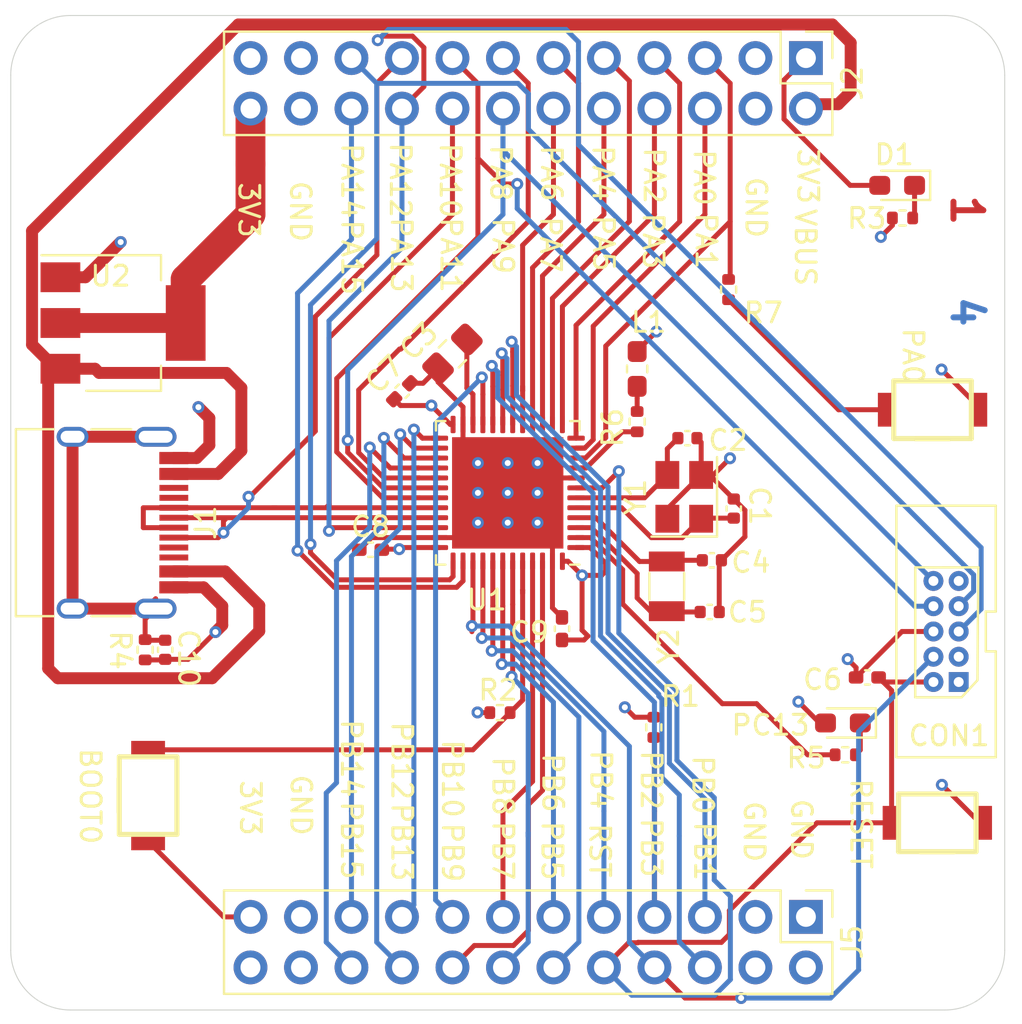
<source format=kicad_pcb>
(kicad_pcb (version 20171130) (host pcbnew "(5.1.10-1-10_14)")
  (layers (0 F.Cu signal) (1 GND signal) (2 3V3 signal) (31 B.Cu signal) (34 B.Paste user) (35 F.Paste user) (36 B.SilkS user) (37 F.SilkS user) (38 B.Mask user) (39 F.Mask user) (44 Edge.Cuts user))
  (net 0 "")
  (net 1 PH0)
  (net 2 GND)
  (net 3 PH1)
  (net 4 "Net-(C3-Pad2)")
  (net 5 PA9)
  (net 6 PA14)
  (net 7 PA10)
  (net 8 PA13)
  (net 9 +3V3)
  (net 10 PB3)
  (net 11 NRST)
  (net 12 PB9)
  (net 13 PB8)
  (net 14 BOOT0)
  (net 15 PB7)
  (net 16 PB6)
  (net 17 PB5)
  (net 18 PB4)
  (net 19 PA15)
  (net 20 PA12)
  (net 21 PA11)
  (net 22 PA8)
  (net 23 PB15)
  (net 24 PB14)
  (net 25 PB13)
  (net 26 PB12)
  (net 27 PB10)
  (net 28 PB2)
  (net 29 PB1)
  (net 30 PB0)
  (net 31 PA7)
  (net 32 PA6)
  (net 33 PA5)
  (net 34 PA4)
  (net 35 PA3)
  (net 36 PA2)
  (net 37 PA1)
  (net 38 PA0)
  (net 39 PC15)
  (net 40 PC14)
  (net 41 PC13)
  (net 42 +5V)
  (net 43 "Net-(D1-Pad1)")
  (net 44 "Net-(L1-Pad2)")
  (net 45 "Net-(R6-Pad1)")
  (net 46 "Net-(R7-Pad2)")
  (net 47 "Net-(D3-Pad1)")
  (net 48 "Net-(C10-Pad1)")
  (module MountingHole:MountingHole_3.2mm_M3_ISO7380 (layer F.Cu) (at 147 117)
    (fp_text reference H4 hide)
    (fp_text value MountingHole)
    (pad 1 np_thru_hole circle (at 0 0) (size 3.2 3.2) (drill 3.2) (layers *.Cu *.Mask))
  )
  (module MountingHole:MountingHole_3.2mm_M3_ISO7380 (layer F.Cu) (at 103 117)
    (fp_text reference H3 hide)
    (fp_text value MountingHole)
    (pad 1 np_thru_hole circle (at 0 0) (size 3.2 3.2) (drill 3.2) (layers *.Cu *.Mask))
  )
  (module MountingHole:MountingHole_3.2mm_M3_ISO7380 (layer F.Cu) (at 147 73)
    (fp_text reference H2 hide)
    (fp_text value MountingHole)
    (pad 1 np_thru_hole circle (at 0 0) (size 3.2 3.2) (drill 3.2) (layers *.Cu *.Mask))
  )
  (module MountingHole:MountingHole_3.2mm_M3_ISO7380 (layer F.Cu) (at 103 73)
    (fp_text reference H1 hide)
    (fp_text value MountingHole)
    (pad 1 np_thru_hole circle (at 0 0) (size 3.2 3.2) (drill 3.2) (layers *.Cu *.Mask))
  )
  (module Resistor_SMD:R_0402_1005Metric (layer F.Cu) (at 106.76 101.89 270)
    (fp_text reference R4 (at 0.02 1.24 270 unlocked) (layer F.SilkS))
    (fp_text value 10k)
    (pad 2 smd roundrect (at 0.51 0 270) (size 0.54 0.64) (layers F.Cu F.Paste F.Mask) (net 2 GND))
    (pad 1 smd roundrect (at -0.51 0 270) (size 0.54 0.64) (layers F.Cu F.Paste F.Mask) (net 48 "Net-(C10-Pad1)"))
  )
  (module Capacitor_SMD:C_0402_1005Metric (layer F.Cu) (at 107.77 101.89 270)
    (fp_text reference C10 (at 0.42 -1.18 270 unlocked) (layer F.SilkS))
    (fp_text value 15p)
    (pad 2 smd roundrect (at 0.48 0 270) (size 0.56 0.62) (layers F.Cu F.Paste F.Mask) (net 2 GND))
    (pad 1 smd roundrect (at -0.48 0 270) (size 0.56 0.62) (layers F.Cu F.Paste F.Mask) (net 48 "Net-(C10-Pad1)"))
  )
  (module LED_SMD:LED_0603_1608Metric_Pad1.05x0.95mm_HandSolder (layer F.Cu) (at 141.86 105.57 180)
    (fp_text reference D3 hide)
    (fp_text value LED)
    (pad 2 smd roundrect (at 0.875 0 180) (size 1.05 0.95) (layers F.Cu F.Paste F.Mask) (net 9 +3V3))
    (pad 1 smd roundrect (at -0.875 0 180) (size 1.05 0.95) (layers F.Cu F.Paste F.Mask) (net 47 "Net-(D3-Pad1)"))
  )
  (module LED_SMD:LED_0603_1608Metric_Pad1.05x0.95mm_HandSolder (layer F.Cu) (at 144.59 78.54 180)
    (fp_text reference D1 (at 0.15 1.54) (layer F.SilkS))
    (fp_text value LED)
    (pad 2 smd roundrect (at 0.875 0 180) (size 1.05 0.95) (layers F.Cu F.Paste F.Mask) (net 9 +3V3))
    (pad 1 smd roundrect (at -0.875 0 180) (size 1.05 0.95) (layers F.Cu F.Paste F.Mask) (net 43 "Net-(D1-Pad1)"))
  )
  (module Capacitor_SMD:C_0402_1005Metric_Pad0.74x0.62mm_HandSolder (layer F.Cu) (at 127.73 100.83 90)
    (fp_text reference C9 (at -0.18 -1.64) (layer F.SilkS))
    (fp_text value 1u)
    (pad 2 smd roundrect (at 0.5675 0 90) (size 0.735 0.62) (layers F.Cu F.Paste F.Mask) (net 2 GND))
    (pad 1 smd roundrect (at -0.5675 0 90) (size 0.735 0.62) (layers F.Cu F.Paste F.Mask) (net 9 +3V3))
  )
  (module Capacitor_SMD:C_0402_1005Metric_Pad0.74x0.62mm_HandSolder (layer F.Cu) (at 118.1 96.86)
    (fp_text reference C8 (at 0 -1.16) (layer F.SilkS))
    (fp_text value 1u)
    (pad 2 smd roundrect (at 0.5675 0) (size 0.735 0.62) (layers F.Cu F.Paste F.Mask) (net 9 +3V3))
    (pad 1 smd roundrect (at -0.5675 0) (size 0.735 0.62) (layers F.Cu F.Paste F.Mask) (net 2 GND))
  )
  (module Capacitor_SMD:C_0402_1005Metric_Pad0.74x0.62mm_HandSolder (layer F.Cu) (at 119.69 88.89 225)
    (fp_text reference C7 (at 0.035355 1.223295 45) (layer F.SilkS))
    (fp_text value 1u)
    (pad 2 smd roundrect (at 0.5675 0 225) (size 0.735 0.62) (layers F.Cu F.Paste F.Mask) (net 9 +3V3))
    (pad 1 smd roundrect (at -0.5675 0 225) (size 0.735 0.62) (layers F.Cu F.Paste F.Mask) (net 2 GND))
  )
  (module Connector_PinHeader_2.54mm:PinHeader_2x12_P2.54mm_Vertical (layer F.Cu) (at 140 115.32 270)
    (fp_text reference J5 (at 1.27 -2.33 90) (layer F.SilkS))
    (fp_text value Conn_02x12_Odd_Even)
    (pad 24 thru_hole oval (at 2.54 27.94 270) (size 1.7 1.7) (drill 1) (layers *.Cu *.Mask) (net 9 +3V3))
    (pad 23 thru_hole oval (at 0 27.94 270) (size 1.7 1.7) (drill 1) (layers *.Cu *.Mask) (net 9 +3V3))
    (pad 22 thru_hole oval (at 2.54 25.4 270) (size 1.7 1.7) (drill 1) (layers *.Cu *.Mask) (net 2 GND))
    (pad 21 thru_hole oval (at 0 25.4 270) (size 1.7 1.7) (drill 1) (layers *.Cu *.Mask) (net 2 GND))
    (pad 20 thru_hole oval (at 2.54 22.86 270) (size 1.7 1.7) (drill 1) (layers *.Cu *.Mask) (net 23 PB15))
    (pad 19 thru_hole oval (at 0 22.86 270) (size 1.7 1.7) (drill 1) (layers *.Cu *.Mask) (net 24 PB14))
    (pad 18 thru_hole oval (at 2.54 20.32 270) (size 1.7 1.7) (drill 1) (layers *.Cu *.Mask) (net 25 PB13))
    (pad 17 thru_hole oval (at 0 20.32 270) (size 1.7 1.7) (drill 1) (layers *.Cu *.Mask) (net 26 PB12))
    (pad 16 thru_hole oval (at 2.54 17.78 270) (size 1.7 1.7) (drill 1) (layers *.Cu *.Mask) (net 12 PB9))
    (pad 15 thru_hole oval (at 0 17.78 270) (size 1.7 1.7) (drill 1) (layers *.Cu *.Mask) (net 27 PB10))
    (pad 14 thru_hole oval (at 2.54 15.24 270) (size 1.7 1.7) (drill 1) (layers *.Cu *.Mask) (net 15 PB7))
    (pad 13 thru_hole oval (at 0 15.24 270) (size 1.7 1.7) (drill 1) (layers *.Cu *.Mask) (net 13 PB8))
    (pad 12 thru_hole oval (at 2.54 12.7 270) (size 1.7 1.7) (drill 1) (layers *.Cu *.Mask) (net 17 PB5))
    (pad 11 thru_hole oval (at 0 12.7 270) (size 1.7 1.7) (drill 1) (layers *.Cu *.Mask) (net 16 PB6))
    (pad 10 thru_hole oval (at 2.54 10.16 270) (size 1.7 1.7) (drill 1) (layers *.Cu *.Mask) (net 11 NRST))
    (pad 9 thru_hole oval (at 0 10.16 270) (size 1.7 1.7) (drill 1) (layers *.Cu *.Mask) (net 18 PB4))
    (pad 8 thru_hole oval (at 2.54 7.62 270) (size 1.7 1.7) (drill 1) (layers *.Cu *.Mask) (net 10 PB3))
    (pad 7 thru_hole oval (at 0 7.62 270) (size 1.7 1.7) (drill 1) (layers *.Cu *.Mask) (net 28 PB2))
    (pad 6 thru_hole oval (at 2.54 5.08 270) (size 1.7 1.7) (drill 1) (layers *.Cu *.Mask) (net 29 PB1))
    (pad 5 thru_hole oval (at 0 5.08 270) (size 1.7 1.7) (drill 1) (layers *.Cu *.Mask) (net 30 PB0))
    (pad 4 thru_hole oval (at 2.54 2.54 270) (size 1.7 1.7) (drill 1) (layers *.Cu *.Mask) (net 2 GND))
    (pad 3 thru_hole oval (at 0 2.54 270) (size 1.7 1.7) (drill 1) (layers *.Cu *.Mask) (net 2 GND))
    (pad 2 thru_hole oval (at 2.54 0 270) (size 1.7 1.7) (drill 1) (layers *.Cu *.Mask) (net 2 GND))
    (pad 1 thru_hole rect (at 0 0 270) (size 1.7 1.7) (drill 1) (layers *.Cu *.Mask) (net 2 GND))
  )
  (module Connector_PinHeader_2.54mm:PinHeader_2x12_P2.54mm_Vertical (layer F.Cu) (at 140 72.14 270)
    (fp_text reference J2 (at 1.27 -2.33 90) (layer F.SilkS))
    (fp_text value Conn_02x12_Odd_Even)
    (pad 24 thru_hole oval (at 2.54 27.94 270) (size 1.7 1.7) (drill 1) (layers *.Cu *.Mask) (net 9 +3V3))
    (pad 23 thru_hole oval (at 0 27.94 270) (size 1.7 1.7) (drill 1) (layers *.Cu *.Mask) (net 9 +3V3))
    (pad 22 thru_hole oval (at 2.54 25.4 270) (size 1.7 1.7) (drill 1) (layers *.Cu *.Mask) (net 2 GND))
    (pad 21 thru_hole oval (at 0 25.4 270) (size 1.7 1.7) (drill 1) (layers *.Cu *.Mask) (net 2 GND))
    (pad 20 thru_hole oval (at 2.54 22.86 270) (size 1.7 1.7) (drill 1) (layers *.Cu *.Mask) (net 19 PA15))
    (pad 19 thru_hole oval (at 0 22.86 270) (size 1.7 1.7) (drill 1) (layers *.Cu *.Mask) (net 6 PA14))
    (pad 18 thru_hole oval (at 2.54 20.32 270) (size 1.7 1.7) (drill 1) (layers *.Cu *.Mask) (net 8 PA13))
    (pad 17 thru_hole oval (at 0 20.32 270) (size 1.7 1.7) (drill 1) (layers *.Cu *.Mask) (net 20 PA12))
    (pad 16 thru_hole oval (at 2.54 17.78 270) (size 1.7 1.7) (drill 1) (layers *.Cu *.Mask) (net 21 PA11))
    (pad 15 thru_hole oval (at 0 17.78 270) (size 1.7 1.7) (drill 1) (layers *.Cu *.Mask) (net 7 PA10))
    (pad 14 thru_hole oval (at 2.54 15.24 270) (size 1.7 1.7) (drill 1) (layers *.Cu *.Mask) (net 5 PA9))
    (pad 13 thru_hole oval (at 0 15.24 270) (size 1.7 1.7) (drill 1) (layers *.Cu *.Mask) (net 22 PA8))
    (pad 12 thru_hole oval (at 2.54 12.7 270) (size 1.7 1.7) (drill 1) (layers *.Cu *.Mask) (net 31 PA7))
    (pad 11 thru_hole oval (at 0 12.7 270) (size 1.7 1.7) (drill 1) (layers *.Cu *.Mask) (net 32 PA6))
    (pad 10 thru_hole oval (at 2.54 10.16 270) (size 1.7 1.7) (drill 1) (layers *.Cu *.Mask) (net 33 PA5))
    (pad 9 thru_hole oval (at 0 10.16 270) (size 1.7 1.7) (drill 1) (layers *.Cu *.Mask) (net 34 PA4))
    (pad 8 thru_hole oval (at 2.54 7.62 270) (size 1.7 1.7) (drill 1) (layers *.Cu *.Mask) (net 35 PA3))
    (pad 7 thru_hole oval (at 0 7.62 270) (size 1.7 1.7) (drill 1) (layers *.Cu *.Mask) (net 36 PA2))
    (pad 6 thru_hole oval (at 2.54 5.08 270) (size 1.7 1.7) (drill 1) (layers *.Cu *.Mask) (net 37 PA1))
    (pad 5 thru_hole oval (at 0 5.08 270) (size 1.7 1.7) (drill 1) (layers *.Cu *.Mask) (net 38 PA0))
    (pad 4 thru_hole oval (at 2.54 2.54 270) (size 1.7 1.7) (drill 1) (layers *.Cu *.Mask) (net 2 GND))
    (pad 3 thru_hole oval (at 0 2.54 270) (size 1.7 1.7) (drill 1) (layers *.Cu *.Mask) (net 2 GND))
    (pad 2 thru_hole oval (at 2.54 0 270) (size 1.7 1.7) (drill 1) (layers *.Cu *.Mask) (net 42 +5V))
    (pad 1 thru_hole rect (at 0 0 270) (size 1.7 1.7) (drill 1) (layers *.Cu *.Mask) (net 9 +3V3))
  )
  (module Capacitor_SMD:C_0402_1005Metric_Pad0.74x0.62mm_HandSolder (layer F.Cu) (at 143.09 103.28)
    (fp_text reference C6 (at -2.25 0.11) (layer F.SilkS))
    (fp_text value 1u)
    (pad 2 smd roundrect (at 0.5675 0) (size 0.735 0.62) (layers F.Cu F.Paste F.Mask) (net 11 NRST))
    (pad 1 smd roundrect (at -0.5675 0) (size 0.735 0.62) (layers F.Cu F.Paste F.Mask) (net 2 GND))
  )
  (module Crystal:Crystal_SMD_3225-4Pin_3.2x2.5mm (layer F.Cu) (at 133.88 94.2 90)
    (fp_text reference Y1 (at 0 -2.45 90) (layer F.SilkS))
    (fp_text value 12MHz)
    (pad 4 smd rect (at -1.1 -0.85 90) (size 1.4 1.2) (layers F.Cu F.Paste F.Mask) (net 2 GND))
    (pad 3 smd rect (at 1.1 -0.85 90) (size 1.4 1.2) (layers F.Cu F.Paste F.Mask) (net 3 PH1))
    (pad 2 smd rect (at 1.1 0.85 90) (size 1.4 1.2) (layers F.Cu F.Paste F.Mask) (net 2 GND))
    (pad 1 smd rect (at -1.1 0.85 90) (size 1.4 1.2) (layers F.Cu F.Paste F.Mask) (net 1 PH0))
  )
  (module mybays_connector:USB_C (layer F.Cu) (at 104.16 95.5 270)
    (fp_text reference J1 (at 0 -5.645 90) (layer F.SilkS))
    (fp_text value USB_C)
    (pad B1 smd rect (at 3.25 -4.045 270) (size 0.6 1.45) (layers F.Cu F.Paste F.Mask) (net 2 GND))
    (pad A9 smd rect (at 2.45 -4.045 270) (size 0.6 1.45) (layers F.Cu F.Paste F.Mask) (net 42 +5V))
    (pad B9 smd rect (at -2.45 -4.045 270) (size 0.6 1.45) (layers F.Cu F.Paste F.Mask) (net 42 +5V))
    (pad B12 smd rect (at -3.25 -4.045 270) (size 0.6 1.45) (layers F.Cu F.Paste F.Mask) (net 2 GND))
    (pad A1 smd rect (at -3.25 -4.045 270) (size 0.6 1.45) (layers F.Cu F.Paste F.Mask) (net 2 GND))
    (pad A4 smd rect (at -2.45 -4.045 270) (size 0.6 1.45) (layers F.Cu F.Paste F.Mask) (net 42 +5V))
    (pad B4 smd rect (at 2.45 -4.045 270) (size 0.6 1.45) (layers F.Cu F.Paste F.Mask) (net 42 +5V))
    (pad A12 smd rect (at 3.25 -4.045 270) (size 0.6 1.45) (layers F.Cu F.Paste F.Mask) (net 2 GND))
    (pad B8 smd rect (at -1.75 -4.045 270) (size 0.3 1.45) (layers F.Cu F.Paste F.Mask))
    (pad A5 smd rect (at -1.25 -4.045 270) (size 0.3 1.45) (layers F.Cu F.Paste F.Mask))
    (pad B7 smd rect (at -0.75 -4.045 270) (size 0.3 1.45) (layers F.Cu F.Paste F.Mask) (net 21 PA11))
    (pad A7 smd rect (at 0.25 -4.045 270) (size 0.3 1.45) (layers F.Cu F.Paste F.Mask) (net 21 PA11))
    (pad B6 smd rect (at 0.75 -4.045 270) (size 0.3 1.45) (layers F.Cu F.Paste F.Mask) (net 20 PA12))
    (pad A8 smd rect (at 1.25 -4.045 270) (size 0.3 1.45) (layers F.Cu F.Paste F.Mask))
    (pad B5 smd rect (at 1.75 -4.045 270) (size 0.3 1.45) (layers F.Cu F.Paste F.Mask))
    (pad A6 smd rect (at -0.25 -4.045 270) (size 0.3 1.45) (layers F.Cu F.Paste F.Mask) (net 20 PA12))
    (pad S1 thru_hole oval (at 4.32 -3.13 270) (size 1 2.1) (drill oval 0.6 1.7) (layers *.Cu *.Mask) (net 48 "Net-(C10-Pad1)"))
    (pad S1 thru_hole oval (at -4.32 -3.13 270) (size 1 2.1) (drill oval 0.6 1.7) (layers *.Cu *.Mask) (net 48 "Net-(C10-Pad1)"))
    (pad "" np_thru_hole circle (at -2.89 -2.6 270) (size 0.65 0.65) (drill 0.65) (layers *.Cu *.Mask))
    (pad S1 thru_hole oval (at -4.32 1.05 270) (size 1 1.6) (drill oval 0.6 1.2) (layers *.Cu *.Mask) (net 48 "Net-(C10-Pad1)"))
    (pad "" np_thru_hole circle (at 2.89 -2.6 270) (size 0.65 0.65) (drill 0.65) (layers *.Cu *.Mask))
    (pad S1 thru_hole oval (at 4.32 1.05 270) (size 1 1.6) (drill oval 0.6 1.2) (layers *.Cu *.Mask) (net 48 "Net-(C10-Pad1)"))
  )
  (module Package_TO_SOT_SMD:SOT-223-3_TabPin2 (layer F.Cu) (at 105.65 85.46)
    (fp_text reference U2 (at -0.63 -2.36) (layer F.SilkS))
    (fp_text value LM1117-3.3)
    (pad 1 smd rect (at -3.15 -2.3) (size 2 1.5) (layers F.Cu F.Paste F.Mask) (net 2 GND))
    (pad 3 smd rect (at -3.15 2.3) (size 2 1.5) (layers F.Cu F.Paste F.Mask) (net 42 +5V))
    (pad 2 smd rect (at -3.15 0) (size 2 1.5) (layers F.Cu F.Paste F.Mask) (net 9 +3V3))
    (pad 2 smd rect (at 3.15 0) (size 2 3.8) (layers F.Cu F.Paste F.Mask) (net 9 +3V3))
  )
  (module mybays_connector:turtlekey (layer F.Cu) (at 106.91 109.22 270)
    (fp_text reference SW3 hide)
    (fp_text value SW_Push)
    (pad 1 smd rect (at -2.29997 0 270) (size 0.899998 1.699997) (layers F.Cu F.Paste F.Mask) (net 14 BOOT0))
    (pad 2 smd rect (at 2.29997 0 270) (size 0.899998 1.699997) (layers F.Cu F.Paste F.Mask) (net 9 +3V3))
  )
  (module mybays_connector:turtlekey (layer F.Cu) (at 146.37 89.82)
    (fp_text reference SW2 hide)
    (fp_text value SW_Push)
    (pad 1 smd rect (at -2.29997 0) (size 0.899998 1.699997) (layers F.Cu F.Paste F.Mask) (net 46 "Net-(R7-Pad2)"))
    (pad 2 smd rect (at 2.29997 0) (size 0.899998 1.699997) (layers F.Cu F.Paste F.Mask) (net 2 GND))
  )
  (module Resistor_SMD:R_0402_1005Metric (layer F.Cu) (at 136.11 83.78 270)
    (fp_text reference R7 (at 1.17 -1.75 180) (layer F.SilkS))
    (fp_text value 10k)
    (pad 2 smd roundrect (at 0.51 0 270) (size 0.54 0.64) (layers F.Cu F.Paste F.Mask) (net 46 "Net-(R7-Pad2)"))
    (pad 1 smd roundrect (at -0.51 0 270) (size 0.54 0.64) (layers F.Cu F.Paste F.Mask) (net 38 PA0))
  )
  (module Resistor_SMD:R_0402_1005Metric (layer F.Cu) (at 131.51 90.42 90)
    (fp_text reference R6 (at -0.3 -1.23 90) (layer F.SilkS))
    (fp_text value 0)
    (pad 2 smd roundrect (at 0.51 0 90) (size 0.54 0.64) (layers F.Cu F.Paste F.Mask) (net 44 "Net-(L1-Pad2)"))
    (pad 1 smd roundrect (at -0.51 0 90) (size 0.54 0.64) (layers F.Cu F.Paste F.Mask) (net 45 "Net-(R6-Pad1)"))
  )
  (module Resistor_SMD:R_0402_1005Metric (layer F.Cu) (at 141.98 107.17 180)
    (fp_text reference R5 (at 1.97 -0.16) (layer F.SilkS))
    (fp_text value 10k)
    (pad 2 smd roundrect (at 0.51 0 180) (size 0.54 0.64) (layers F.Cu F.Paste F.Mask) (net 41 PC13))
    (pad 1 smd roundrect (at -0.51 0 180) (size 0.54 0.64) (layers F.Cu F.Paste F.Mask) (net 47 "Net-(D3-Pad1)"))
  )
  (module Resistor_SMD:R_0402_1005Metric (layer F.Cu) (at 144.86 80.18 180)
    (fp_text reference R3 (at 1.8 -0.02) (layer F.SilkS))
    (fp_text value 10k)
    (pad 2 smd roundrect (at 0.51 0 180) (size 0.54 0.64) (layers F.Cu F.Paste F.Mask) (net 2 GND))
    (pad 1 smd roundrect (at -0.51 0 180) (size 0.54 0.64) (layers F.Cu F.Paste F.Mask) (net 43 "Net-(D1-Pad1)"))
  )
  (module Resistor_SMD:R_0402_1005Metric (layer F.Cu) (at 124.61 105.05)
    (fp_text reference R2 (at -0.1 -1.13) (layer F.SilkS))
    (fp_text value 10k)
    (pad 2 smd roundrect (at 0.51 0) (size 0.54 0.64) (layers F.Cu F.Paste F.Mask) (net 14 BOOT0))
    (pad 1 smd roundrect (at -0.51 0) (size 0.54 0.64) (layers F.Cu F.Paste F.Mask) (net 2 GND))
  )
  (module Resistor_SMD:R_0402_1005Metric (layer F.Cu) (at 132.35 105.79 90)
    (fp_text reference R1 (at 1.56 1.34 180) (layer F.SilkS))
    (fp_text value 10k)
    (pad 2 smd roundrect (at 0.51 0 90) (size 0.54 0.64) (layers F.Cu F.Paste F.Mask) (net 2 GND))
    (pad 1 smd roundrect (at -0.51 0 90) (size 0.54 0.64) (layers F.Cu F.Paste F.Mask) (net 28 PB2))
  )
  (module Capacitor_SMD:C_0402_1005Metric (layer F.Cu) (at 135.16 99.99 180)
    (fp_text reference C5 (at -1.9 -0.01) (layer F.SilkS))
    (fp_text value 15p)
    (pad 2 smd roundrect (at 0.48 0 180) (size 0.56 0.62) (layers F.Cu F.Paste F.Mask) (net 40 PC14))
    (pad 1 smd roundrect (at -0.48 0 180) (size 0.56 0.62) (layers F.Cu F.Paste F.Mask) (net 2 GND))
  )
  (module Capacitor_SMD:C_0402_1005Metric (layer F.Cu) (at 135.27 97.39 180)
    (fp_text reference C4 (at -1.96 -0.11) (layer F.SilkS))
    (fp_text value 15p)
    (pad 2 smd roundrect (at 0.48 0 180) (size 0.56 0.62) (layers F.Cu F.Paste F.Mask) (net 39 PC15))
    (pad 1 smd roundrect (at -0.48 0 180) (size 0.56 0.62) (layers F.Cu F.Paste F.Mask) (net 2 GND))
  )
  (module Capacitor_SMD:C_0402_1005Metric (layer F.Cu) (at 134.04 91.25 180)
    (fp_text reference C2 (at -2.04 -0.11) (layer F.SilkS))
    (fp_text value 15p)
    (pad 2 smd roundrect (at 0.48 0 180) (size 0.56 0.62) (layers F.Cu F.Paste F.Mask) (net 3 PH1))
    (pad 1 smd roundrect (at -0.48 0 180) (size 0.56 0.62) (layers F.Cu F.Paste F.Mask) (net 2 GND))
  )
  (module Capacitor_SMD:C_0402_1005Metric (layer F.Cu) (at 136.37 94.79 270)
    (fp_text reference C1 (at -0.14 -1.31 270 unlocked) (layer F.SilkS))
    (fp_text value 15p)
    (pad 2 smd roundrect (at 0.48 0 270) (size 0.56 0.62) (layers F.Cu F.Paste F.Mask) (net 1 PH0))
    (pad 1 smd roundrect (at -0.48 0 270) (size 0.56 0.62) (layers F.Cu F.Paste F.Mask) (net 2 GND))
  )
  (module Inductor_SMD:L_0603_1608Metric_Pad1.05x0.95mm_HandSolder (layer F.Cu) (at 131.51 87.77 270)
    (fp_text reference L1 (at -2.35 -0.58 180) (layer F.SilkS))
    (fp_text value 0)
    (pad 2 smd roundrect (at 0.875 0 270) (size 1.05 0.95) (layers F.Cu F.Paste F.Mask) (net 44 "Net-(L1-Pad2)"))
    (pad 1 smd roundrect (at -0.875 0 270) (size 1.05 0.95) (layers F.Cu F.Paste F.Mask) (net 9 +3V3))
  )
  (module mybays_connector:turtlekey (layer F.Cu) (at 146.61 110.59)
    (fp_text reference SW1 hide)
    (fp_text value SW_Push)
    (pad 1 smd rect (at -2.29997 0) (size 0.899998 1.699997) (layers F.Cu F.Paste F.Mask) (net 11 NRST))
    (pad 2 smd rect (at 2.29997 0) (size 0.899998 1.699997) (layers F.Cu F.Paste F.Mask) (net 2 GND))
  )
  (module Crystal:Crystal_SMD_3215-2Pin_3.2x1.5mm (layer F.Cu) (at 133 98.7 90)
    (fp_text reference Y2 (at -3.01 0.09 90) (layer F.SilkS))
    (fp_text value 32.768K)
    (pad 2 smd rect (at -1.25 0 90) (size 1 1.8) (layers F.Cu F.Paste F.Mask) (net 40 PC14))
    (pad 1 smd rect (at 1.25 0 90) (size 1 1.8) (layers F.Cu F.Paste F.Mask) (net 39 PC15))
  )
  (module mybays_connector:debugger_2x05_P1.27mm_Vertical (layer F.Cu) (at 147.05 100.97 180)
    (fp_text reference CON1 (at -0.15 -5.24) (layer F.SilkS))
    (fp_text value CORTEX-DEBUGGER)
    (pad 9 thru_hole oval (at -0.635 2.54 180) (size 1 1) (drill 0.5) (layers *.Cu *.Mask) (net 2 GND))
    (pad 10 thru_hole oval (at 0.635 2.54 180) (size 1 1) (drill 0.5) (layers *.Cu *.Mask) (net 5 PA9))
    (pad 7 thru_hole oval (at -0.635 1.27 180) (size 1 1) (drill 0.5) (layers *.Cu *.Mask) (net 6 PA14))
    (pad 8 thru_hole oval (at 0.635 1.27 180) (size 1 1) (drill 0.5) (layers *.Cu *.Mask) (net 7 PA10))
    (pad 5 thru_hole oval (at -0.635 0 180) (size 1 1) (drill 0.5) (layers *.Cu *.Mask) (net 8 PA13))
    (pad 6 thru_hole oval (at 0.635 0 180) (size 1 1) (drill 0.5) (layers *.Cu *.Mask) (net 2 GND))
    (pad 3 thru_hole oval (at -0.635 -1.27 180) (size 1 1) (drill 0.5) (layers *.Cu *.Mask) (net 9 +3V3))
    (pad 4 thru_hole oval (at 0.635 -1.27 180) (size 1 1) (drill 0.5) (layers *.Cu *.Mask) (net 10 PB3))
    (pad 2 thru_hole oval (at 0.635 -2.54 180) (size 1 1) (drill 0.5) (layers *.Cu *.Mask) (net 11 NRST))
    (pad 1 thru_hole rect (at -0.635 -2.54 180) (size 1 1) (drill 0.5) (layers *.Cu *.Mask))
  )
  (module Package_DFN_QFN:QFN-48-1EP_7x7mm_P0.5mm_EP5.6x5.6mm (layer F.Cu) (at 125 94 180)
    (fp_text reference U1 (at 1.06 -5.38) (layer F.SilkS))
    (fp_text value STM32F401CCUx)
    (pad 49 smd rect (at 0 0 180) (size 5.6 5.6) (layers F.Cu F.Mask) (net 2 GND))
    (pad 48 smd roundrect (at -2.75 -3.4375 180) (size 0.25 0.875) (layers F.Cu F.Paste F.Mask) (net 9 +3V3))
    (pad 47 smd roundrect (at -2.25 -3.4375 180) (size 0.25 0.875) (layers F.Cu F.Paste F.Mask) (net 2 GND))
    (pad 46 smd roundrect (at -1.75 -3.4375 180) (size 0.25 0.875) (layers F.Cu F.Paste F.Mask) (net 12 PB9))
    (pad 45 smd roundrect (at -1.25 -3.4375 180) (size 0.25 0.875) (layers F.Cu F.Paste F.Mask) (net 13 PB8))
    (pad 44 smd roundrect (at -0.75 -3.4375 180) (size 0.25 0.875) (layers F.Cu F.Paste F.Mask) (net 14 BOOT0))
    (pad 43 smd roundrect (at -0.25 -3.4375 180) (size 0.25 0.875) (layers F.Cu F.Paste F.Mask) (net 15 PB7))
    (pad 42 smd roundrect (at 0.25 -3.4375 180) (size 0.25 0.875) (layers F.Cu F.Paste F.Mask) (net 16 PB6))
    (pad 41 smd roundrect (at 0.75 -3.4375 180) (size 0.25 0.875) (layers F.Cu F.Paste F.Mask) (net 17 PB5))
    (pad 40 smd roundrect (at 1.25 -3.4375 180) (size 0.25 0.875) (layers F.Cu F.Paste F.Mask) (net 18 PB4))
    (pad 39 smd roundrect (at 1.75 -3.4375 180) (size 0.25 0.875) (layers F.Cu F.Paste F.Mask) (net 10 PB3))
    (pad 38 smd roundrect (at 2.25 -3.4375 180) (size 0.25 0.875) (layers F.Cu F.Paste F.Mask) (net 19 PA15))
    (pad 37 smd roundrect (at 2.75 -3.4375 180) (size 0.25 0.875) (layers F.Cu F.Paste F.Mask) (net 6 PA14))
    (pad 36 smd roundrect (at 3.4375 -2.75 180) (size 0.875 0.25) (layers F.Cu F.Paste F.Mask) (net 9 +3V3))
    (pad 35 smd roundrect (at 3.4375 -2.25 180) (size 0.875 0.25) (layers F.Cu F.Paste F.Mask) (net 2 GND))
    (pad 34 smd roundrect (at 3.4375 -1.75 180) (size 0.875 0.25) (layers F.Cu F.Paste F.Mask) (net 8 PA13))
    (pad 33 smd roundrect (at 3.4375 -1.25 180) (size 0.875 0.25) (layers F.Cu F.Paste F.Mask) (net 20 PA12))
    (pad 32 smd roundrect (at 3.4375 -0.75 180) (size 0.875 0.25) (layers F.Cu F.Paste F.Mask) (net 21 PA11))
    (pad 31 smd roundrect (at 3.4375 -0.25 180) (size 0.875 0.25) (layers F.Cu F.Paste F.Mask) (net 7 PA10))
    (pad 30 smd roundrect (at 3.4375 0.25 180) (size 0.875 0.25) (layers F.Cu F.Paste F.Mask) (net 5 PA9))
    (pad 29 smd roundrect (at 3.4375 0.75 180) (size 0.875 0.25) (layers F.Cu F.Paste F.Mask) (net 22 PA8))
    (pad 28 smd roundrect (at 3.4375 1.25 180) (size 0.875 0.25) (layers F.Cu F.Paste F.Mask) (net 23 PB15))
    (pad 27 smd roundrect (at 3.4375 1.75 180) (size 0.875 0.25) (layers F.Cu F.Paste F.Mask) (net 24 PB14))
    (pad 26 smd roundrect (at 3.4375 2.25 180) (size 0.875 0.25) (layers F.Cu F.Paste F.Mask) (net 25 PB13))
    (pad 25 smd roundrect (at 3.4375 2.75 180) (size 0.875 0.25) (layers F.Cu F.Paste F.Mask) (net 26 PB12))
    (pad 24 smd roundrect (at 2.75 3.4375 180) (size 0.25 0.875) (layers F.Cu F.Paste F.Mask) (net 9 +3V3))
    (pad 23 smd roundrect (at 2.25 3.4375 180) (size 0.25 0.875) (layers F.Cu F.Paste F.Mask) (net 2 GND))
    (pad 22 smd roundrect (at 1.75 3.4375 180) (size 0.25 0.875) (layers F.Cu F.Paste F.Mask) (net 4 "Net-(C3-Pad2)"))
    (pad 21 smd roundrect (at 1.25 3.4375 180) (size 0.25 0.875) (layers F.Cu F.Paste F.Mask) (net 27 PB10))
    (pad 20 smd roundrect (at 0.75 3.4375 180) (size 0.25 0.875) (layers F.Cu F.Paste F.Mask) (net 28 PB2))
    (pad 19 smd roundrect (at 0.25 3.4375 180) (size 0.25 0.875) (layers F.Cu F.Paste F.Mask) (net 29 PB1))
    (pad 18 smd roundrect (at -0.25 3.4375 180) (size 0.25 0.875) (layers F.Cu F.Paste F.Mask) (net 30 PB0))
    (pad 17 smd roundrect (at -0.75 3.4375 180) (size 0.25 0.875) (layers F.Cu F.Paste F.Mask) (net 31 PA7))
    (pad 16 smd roundrect (at -1.25 3.4375 180) (size 0.25 0.875) (layers F.Cu F.Paste F.Mask) (net 32 PA6))
    (pad 15 smd roundrect (at -1.75 3.4375 180) (size 0.25 0.875) (layers F.Cu F.Paste F.Mask) (net 33 PA5))
    (pad 14 smd roundrect (at -2.25 3.4375 180) (size 0.25 0.875) (layers F.Cu F.Paste F.Mask) (net 34 PA4))
    (pad 13 smd roundrect (at -2.75 3.4375 180) (size 0.25 0.875) (layers F.Cu F.Paste F.Mask) (net 35 PA3))
    (pad 12 smd roundrect (at -3.4375 2.75 180) (size 0.875 0.25) (layers F.Cu F.Paste F.Mask) (net 36 PA2))
    (pad 11 smd roundrect (at -3.4375 2.25 180) (size 0.875 0.25) (layers F.Cu F.Paste F.Mask) (net 37 PA1))
    (pad 10 smd roundrect (at -3.4375 1.75 180) (size 0.875 0.25) (layers F.Cu F.Paste F.Mask) (net 38 PA0))
    (pad 9 smd roundrect (at -3.4375 1.25 180) (size 0.875 0.25) (layers F.Cu F.Paste F.Mask) (net 45 "Net-(R6-Pad1)"))
    (pad 8 smd roundrect (at -3.4375 0.75 180) (size 0.875 0.25) (layers F.Cu F.Paste F.Mask) (net 2 GND))
    (pad 7 smd roundrect (at -3.4375 0.25 180) (size 0.875 0.25) (layers F.Cu F.Paste F.Mask) (net 11 NRST))
    (pad 6 smd roundrect (at -3.4375 -0.25 180) (size 0.875 0.25) (layers F.Cu F.Paste F.Mask) (net 3 PH1))
    (pad 5 smd roundrect (at -3.4375 -0.75 180) (size 0.875 0.25) (layers F.Cu F.Paste F.Mask) (net 1 PH0))
    (pad 4 smd roundrect (at -3.4375 -1.25 180) (size 0.875 0.25) (layers F.Cu F.Paste F.Mask) (net 39 PC15))
    (pad 3 smd roundrect (at -3.4375 -1.75 180) (size 0.875 0.25) (layers F.Cu F.Paste F.Mask) (net 40 PC14))
    (pad 2 smd roundrect (at -3.4375 -2.25 180) (size 0.875 0.25) (layers F.Cu F.Paste F.Mask) (net 41 PC13))
    (pad 1 smd roundrect (at -3.4375 -2.75 180) (size 0.875 0.25) (layers F.Cu F.Paste F.Mask) (net 9 +3V3))
  )
  (module Capacitor_SMD:C_0805_2012Metric_Pad1.15x1.40mm_HandSolder (layer F.Cu) (at 122.22 87.01 45)
    (fp_text reference C3 (at -0.749533 -1.640488 45) (layer F.SilkS))
    (fp_text value 2.2u)
    (pad 2 smd roundrect (at 1.025 0 45) (size 1.15 1.4) (layers F.Cu F.Paste F.Mask) (roundrect_rratio 0.2173904347826087) (net 4 "Net-(C3-Pad2)"))
    (pad 1 smd roundrect (at -1.025 0 45) (size 1.15 1.4) (layers F.Cu F.Paste F.Mask) (roundrect_rratio 0.2173904347826087) (net 2 GND))
  )
  (gr_text PB6 (at 127.27 108.58 -90) (layer F.SilkS) (effects (font (size 1 1))))
  (gr_text PB12 (at 119.68 107.47 -90) (layer F.SilkS) (effects (font (size 1 1))))
  (gr_text RST (at 129.63 111.98 -90) (layer F.SilkS) (effects (font (size 1 1))))
  (gr_text PB2 (at 132.22 108.44 -90) (layer F.SilkS) (effects (font (size 1 1))))
  (gr_text VBUS (at 139.97 81.66 -90) (layer F.SilkS) (effects (font (size 1 1))))
  (gr_text PA2 (at 132.37 78.05 -90) (layer F.SilkS) (effects (font (size 1 1))))
  (gr_text PA0 (at 134.88 78.15 -90) (layer F.SilkS) (effects (font (size 1 1))))
  (gr_text PB8 (at 124.76 108.75 -90) (layer F.SilkS) (effects (font (size 1 1))))
  (gr_text PC13 (at 138.22 105.68) (layer F.SilkS) (effects (font (size 1 1))))
  (gr_text 4 (at 148.1 84.89 -90) (layer B.Cu) (effects (font (size 1.5 1.5) (thickness 0.3))))
  (gr_text 1 (at 148.1 79.79 -90) (layer F.Cu) (effects (font (size 1.5 1.5) (thickness 0.3))))
  (gr_text PB13 (at 119.68 111.56 -90) (layer F.SilkS) (effects (font (size 1 1))))
  (gr_text PB7 (at 124.76 111.99 -90) (layer F.SilkS) (effects (font (size 1 1))))
  (gr_text PB3 (at 132.22 111.84 270) (layer F.SilkS) (effects (font (size 1 1))))
  (gr_text PA15 (at 117.16 82.16 270) (layer F.SilkS) (effects (font (size 1 1))))
  (gr_text PA13 (at 119.65 82.04 270) (layer F.SilkS) (effects (font (size 1 1))))
  (gr_text PA11 (at 122.15 82.04 270) (layer F.SilkS) (effects (font (size 1 1))))
  (gr_text PA9 (at 124.76 81.58 270) (layer F.SilkS) (effects (font (size 1 1))))
  (gr_text PA7 (at 127.16 81.52 270) (layer F.SilkS) (effects (font (size 1 1))))
  (gr_text PA5 (at 129.82 81.45 270) (layer F.SilkS) (effects (font (size 1 1))))
  (gr_text PA3 (at 132.32 81.34 270) (layer F.SilkS) (effects (font (size 1 1))))
  (gr_text PA1 (at 134.98 81.33 270) (layer F.SilkS) (effects (font (size 1 1))))
  (gr_text PA6 (at 127.2 77.94 270) (layer F.SilkS) (effects (font (size 1 1))))
  (gr_text PA10 (at 122.11 78.3 270) (layer F.SilkS) (effects (font (size 1 1))))
  (gr_text PA14 (at 117.16 78.31 270) (layer F.SilkS) (effects (font (size 1 1))))
  (gr_text PA12 (at 119.6 78.28 270) (layer F.SilkS) (effects (font (size 1 1))))
  (gr_text PA8 (at 124.65 77.92 270) (layer F.SilkS) (effects (font (size 1 1))))
  (gr_text PA4 (at 129.79 77.94 270) (layer F.SilkS) (effects (font (size 1 1))))
  (gr_text RESET (at 142.77 110.64 270) (layer F.SilkS) (effects (font (size 1 1))))
  (gr_text PA0 (at 145.39 87.12 270) (layer F.SilkS) (effects (font (size 1 1))))
  (gr_text BOOT0 (at 104 109.25 270) (layer F.SilkS) (effects (font (size 1 1))))
  (gr_text PB4 (at 129.69 108.42 270) (layer F.SilkS) (effects (font (size 1 1))))
  (gr_text PB10 (at 122.22 108.37 -90) (layer F.SilkS) (effects (font (size 1 1))))
  (gr_text PB5 (at 127.23 111.99 270) (layer F.SilkS) (effects (font (size 1 1))))
  (gr_text PB9 (at 122.22 112.08 -90) (layer F.SilkS) (effects (font (size 1 1))))
  (gr_text PB15 (at 117.14 111.47 -90) (layer F.SilkS) (effects (font (size 1 1))))
  (gr_text PB14 (at 117.14 107.35 -90) (layer F.SilkS) (effects (font (size 1 1))))
  (gr_text PB1 (at 134.91 112.02 270) (layer F.SilkS) (effects (font (size 1 1))))
  (gr_text PB0 (at 134.82 108.69 270) (layer F.SilkS) (effects (font (size 1 1))))
  (gr_text GND (at 114.6 109.7 -90) (layer F.SilkS) (effects (font (size 1 1))))
  (gr_text GND (at 137.4 111.03 270) (layer F.SilkS) (effects (font (size 1 1))))
  (gr_text 3V3 (at 112.06 109.84 -90) (layer F.SilkS) (effects (font (size 1 1))))
  (gr_text GND (at 139.78 110.92 -90) (layer F.SilkS) (effects (font (size 1 1))))
  (gr_text 3V3 (at 111.98 79.78 270) (layer F.SilkS) (effects (font (size 1 1))))
  (gr_text GND (at 114.57 79.85 270) (layer F.SilkS) (effects (font (size 1 1))))
  (gr_text 3V3 (at 140.1 78.08 270) (layer F.SilkS) (effects (font (size 1 1))))
  (gr_text GND (at 137.49 79.65 270) (layer F.SilkS) (effects (font (size 1 1))))
  (gr_arc (start 103 117) (end 100 117) (angle -90) (layer Edge.Cuts) (width 0.05))
  (gr_arc (start 103 73) (end 103 70) (angle -90) (layer Edge.Cuts) (width 0.05))
  (gr_arc (start 147 73) (end 150 73) (angle -90) (layer Edge.Cuts) (width 0.05))
  (gr_arc (start 147 117) (end 147 120) (angle -90) (layer Edge.Cuts) (width 0.05))
  (gr_line (start 100 117) (end 100 73) (layer Edge.Cuts) (width 0.05))
  (gr_line (start 147 120) (end 103 120) (layer Edge.Cuts) (width 0.05))
  (gr_line (start 150 73) (end 150 117) (layer Edge.Cuts) (width 0.05))
  (gr_line (start 103 70) (end 147 70) (layer Edge.Cuts) (width 0.05))
  (segment (start 132.228399 96.252001) (end 133.777999 96.252001) (width 0.25) (layer F.Cu) (net 1))
  (segment (start 133.777999 96.252001) (end 134.73 95.3) (width 0.25) (layer F.Cu) (net 1))
  (segment (start 130.726398 94.75) (end 132.228399 96.252001) (width 0.25) (layer F.Cu) (net 1))
  (segment (start 128.4375 94.75) (end 130.726398 94.75) (width 0.25) (layer F.Cu) (net 1))
  (segment (start 134.76 95.27) (end 134.73 95.3) (width 0.25) (layer F.Cu) (net 1))
  (segment (start 136.37 95.27) (end 134.76 95.27) (width 0.25) (layer F.Cu) (net 1))
  (segment (start 122.75 91.75) (end 125 94) (width 0.25) (layer F.Cu) (net 2))
  (segment (start 122.75 90.5625) (end 122.75 91.75) (width 0.25) (layer F.Cu) (net 2))
  (segment (start 121.5625 96.25) (end 122.75 96.25) (width 0.25) (layer F.Cu) (net 2))
  (segment (start 127.25 97.4375) (end 127.25 96.25) (width 0.25) (layer F.Cu) (net 2))
  (segment (start 125.75 93.25) (end 125 94) (width 0.25) (layer F.Cu) (net 2))
  (segment (start 128.4375 93.25) (end 125.75 93.25) (width 0.25) (layer F.Cu) (net 2))
  (via (at 123.48 105.04) (size 0.6) (drill 0.3) (layers F.Cu B.Cu) (net 2))
  (segment (start 123.49 105.05) (end 123.48 105.04) (width 0.25) (layer F.Cu) (net 2))
  (segment (start 124.1 105.05) (end 123.49 105.05) (width 0.25) (layer F.Cu) (net 2))
  (via (at 125 94) (size 0.6) (drill 0.3) (layers F.Cu B.Cu) (net 2))
  (via (at 126.5 94) (size 0.6) (drill 0.3) (layers F.Cu B.Cu) (net 2))
  (segment (start 126.48 94) (end 126.5 93.98) (width 0.25) (layer F.Cu) (net 2))
  (segment (start 125 94) (end 126.48 94) (width 0.25) (layer F.Cu) (net 2))
  (via (at 123.5 94) (size 0.6) (drill 0.3) (layers F.Cu B.Cu) (net 2))
  (segment (start 123.63 94) (end 123.62 94.01) (width 0.25) (layer F.Cu) (net 2))
  (segment (start 125 94) (end 123.63 94) (width 0.25) (layer F.Cu) (net 2))
  (via (at 123.5 92.5) (size 0.6) (drill 0.3) (layers F.Cu B.Cu) (net 2))
  (segment (start 124.76 94) (end 123.58 92.82) (width 0.25) (layer F.Cu) (net 2))
  (segment (start 125 94) (end 124.76 94) (width 0.25) (layer F.Cu) (net 2))
  (via (at 125 92.5) (size 0.6) (drill 0.3) (layers F.Cu B.Cu) (net 2))
  (segment (start 125 92.85) (end 124.97 92.82) (width 0.25) (layer F.Cu) (net 2))
  (segment (start 125 94) (end 125 92.85) (width 0.25) (layer F.Cu) (net 2))
  (via (at 126.5 92.5) (size 0.6) (drill 0.3) (layers F.Cu B.Cu) (net 2))
  (segment (start 125.25 94) (end 126.38 92.87) (width 0.25) (layer F.Cu) (net 2))
  (segment (start 125 94) (end 125.25 94) (width 0.25) (layer F.Cu) (net 2))
  (segment (start 125 94) (end 125 95.31) (width 0.25) (layer F.Cu) (net 2))
  (via (at 125 95.5) (size 0.6) (drill 0.3) (layers F.Cu B.Cu) (net 2))
  (segment (start 125 95.41) (end 124.96 95.45) (width 0.25) (layer F.Cu) (net 2))
  (segment (start 125 94) (end 125 95.41) (width 0.25) (layer F.Cu) (net 2))
  (via (at 123.5 95.5) (size 0.6) (drill 0.3) (layers F.Cu B.Cu) (net 2))
  (segment (start 125 94) (end 123.645 95.355) (width 0.25) (layer F.Cu) (net 2))
  (segment (start 122.75 96.25) (end 123.645 95.355) (width 0.25) (layer F.Cu) (net 2))
  (via (at 126.5 95.5) (size 0.6) (drill 0.3) (layers F.Cu B.Cu) (net 2))
  (segment (start 125 94) (end 126.365 95.365) (width 0.25) (layer F.Cu) (net 2))
  (segment (start 127.25 96.25) (end 126.365 95.365) (width 0.25) (layer F.Cu) (net 2))
  (segment (start 122.75 90.5625) (end 122.75 89.68) (width 0.25) (layer F.Cu) (net 2))
  (segment (start 121.495216 88.425216) (end 121.495216 87.734784) (width 0.25) (layer F.Cu) (net 2))
  (segment (start 122.75 89.68) (end 121.495216 88.425216) (width 0.25) (layer F.Cu) (net 2))
  (segment (start 120.741283 88.488717) (end 121.495216 87.734784) (width 0.25) (layer F.Cu) (net 2))
  (segment (start 120.091283 88.488717) (end 120.741283 88.488717) (width 0.25) (layer F.Cu) (net 2))
  (segment (start 127.25 99.7825) (end 127.73 100.2625) (width 0.25) (layer F.Cu) (net 2))
  (segment (start 127.25 97.4375) (end 127.25 99.7825) (width 0.25) (layer F.Cu) (net 2))
  (segment (start 118.1425 96.25) (end 117.5325 96.86) (width 0.25) (layer F.Cu) (net 2))
  (segment (start 121.5625 96.25) (end 118.1425 96.25) (width 0.25) (layer F.Cu) (net 2))
  (via (at 109.44 89.69) (size 0.6) (drill 0.3) (layers F.Cu B.Cu) (net 2))
  (segment (start 107.74 102.4) (end 107.77 102.37) (width 0.25) (layer F.Cu) (net 2))
  (segment (start 106.76 102.4) (end 107.74 102.4) (width 0.25) (layer F.Cu) (net 2))
  (via (at 110.297823 100.997823) (size 0.6) (drill 0.3) (layers F.Cu B.Cu) (net 2))
  (segment (start 110.64 100.655646) (end 110.297823 100.997823) (width 0.6) (layer F.Cu) (net 2))
  (segment (start 108.925646 102.37) (end 110.297823 100.997823) (width 0.25) (layer F.Cu) (net 2))
  (segment (start 107.77 102.37) (end 108.925646 102.37) (width 0.25) (layer F.Cu) (net 2))
  (segment (start 109.99 91.6046) (end 109.3446 92.25) (width 0.6) (layer F.Cu) (net 2))
  (segment (start 109.3446 92.25) (end 108.205 92.25) (width 0.6) (layer F.Cu) (net 2))
  (segment (start 109.99 90.24) (end 109.99 91.6046) (width 0.6) (layer F.Cu) (net 2))
  (segment (start 109.44 89.69) (end 109.99 90.24) (width 0.6) (layer F.Cu) (net 2))
  (segment (start 108.205 98.75) (end 109.7 98.75) (width 0.6) (layer F.Cu) (net 2))
  (segment (start 110.64 99.69) (end 110.64 100.655646) (width 0.6) (layer F.Cu) (net 2))
  (segment (start 109.7 98.75) (end 110.64 99.69) (width 0.6) (layer F.Cu) (net 2))
  (segment (start 133.03 94.8) (end 134.73 93.1) (width 0.25) (layer F.Cu) (net 2))
  (segment (start 133.03 95.3) (end 133.03 94.8) (width 0.25) (layer F.Cu) (net 2))
  (segment (start 134.73 91.46) (end 134.52 91.25) (width 0.25) (layer F.Cu) (net 2))
  (segment (start 134.73 93.1) (end 134.73 91.46) (width 0.25) (layer F.Cu) (net 2))
  (segment (start 135.16 93.1) (end 136.37 94.31) (width 0.25) (layer F.Cu) (net 2))
  (segment (start 134.73 93.1) (end 135.16 93.1) (width 0.25) (layer F.Cu) (net 2))
  (segment (start 135.64 97.5) (end 135.75 97.39) (width 0.25) (layer F.Cu) (net 2))
  (segment (start 135.64 99.99) (end 135.64 97.5) (width 0.25) (layer F.Cu) (net 2))
  (segment (start 136.93201 94.87201) (end 136.37 94.31) (width 0.25) (layer F.Cu) (net 2))
  (segment (start 136.93201 96.20799) (end 136.93201 94.87201) (width 0.25) (layer F.Cu) (net 2))
  (segment (start 135.75 97.39) (end 136.93201 96.20799) (width 0.25) (layer F.Cu) (net 2))
  (via (at 136.18 92.26) (size 0.6) (drill 0.3) (layers F.Cu B.Cu) (net 2))
  (segment (start 135.34 93.1) (end 136.18 92.26) (width 0.25) (layer F.Cu) (net 2))
  (segment (start 134.73 93.1) (end 135.34 93.1) (width 0.25) (layer F.Cu) (net 2))
  (segment (start 102.5 83.16) (end 102.08 83.16) (width 0.6) (layer F.Cu) (net 2))
  (segment (start 144.8325 100.97) (end 146.415 100.97) (width 0.25) (layer F.Cu) (net 2))
  (segment (start 142.5225 103.28) (end 144.8325 100.97) (width 0.25) (layer F.Cu) (net 2))
  (via (at 146.84 108.68) (size 0.6) (drill 0.3) (layers F.Cu B.Cu) (net 2))
  (segment (start 148.75 110.59) (end 146.84 108.68) (width 0.25) (layer F.Cu) (net 2))
  (segment (start 148.90997 110.59) (end 148.75 110.59) (width 0.25) (layer F.Cu) (net 2))
  (via (at 142.1 102.36) (size 0.6) (drill 0.3) (layers F.Cu B.Cu) (net 2))
  (segment (start 142.5225 102.7825) (end 142.1 102.36) (width 0.25) (layer F.Cu) (net 2))
  (segment (start 142.5225 103.28) (end 142.5225 102.7825) (width 0.25) (layer F.Cu) (net 2))
  (via (at 130.89 104.78) (size 0.6) (drill 0.3) (layers F.Cu B.Cu) (net 2))
  (segment (start 131.39 105.28) (end 130.89 104.78) (width 0.25) (layer F.Cu) (net 2))
  (segment (start 132.35 105.28) (end 131.39 105.28) (width 0.25) (layer F.Cu) (net 2))
  (via (at 105.53 81.39) (size 0.6) (drill 0.3) (layers F.Cu B.Cu) (net 2))
  (segment (start 103.76 83.16) (end 105.53 81.39) (width 0.6) (layer F.Cu) (net 2))
  (segment (start 102.5 83.16) (end 103.76 83.16) (width 0.6) (layer F.Cu) (net 2))
  (via (at 143.77 81.13) (size 0.6) (drill 0.3) (layers F.Cu B.Cu) (net 2))
  (segment (start 144.35 80.55) (end 143.77 81.13) (width 0.25) (layer F.Cu) (net 2))
  (segment (start 144.35 80.18) (end 144.35 80.55) (width 0.25) (layer F.Cu) (net 2))
  (segment (start 148.66997 89.64997) (end 146.82 87.8) (width 0.25) (layer F.Cu) (net 2))
  (via (at 146.82 87.8) (size 0.6) (drill 0.3) (layers F.Cu B.Cu) (net 2))
  (segment (start 148.66997 89.82) (end 148.66997 89.64997) (width 0.25) (layer F.Cu) (net 2))
  (segment (start 131.88 94.25) (end 133.03 93.1) (width 0.25) (layer F.Cu) (net 3))
  (segment (start 128.4375 94.25) (end 131.88 94.25) (width 0.25) (layer F.Cu) (net 3))
  (segment (start 133.03 91.78) (end 133.56 91.25) (width 0.25) (layer F.Cu) (net 3))
  (segment (start 133.03 93.1) (end 133.03 91.78) (width 0.25) (layer F.Cu) (net 3))
  (segment (start 123.25 90.5625) (end 123.25 89.04) (width 0.25) (layer F.Cu) (net 4))
  (segment (start 122.944784 88.734784) (end 122.944784 86.285216) (width 0.25) (layer F.Cu) (net 4))
  (segment (start 123.25 89.04) (end 122.944784 88.734784) (width 0.25) (layer F.Cu) (net 4))
  (segment (start 121.5625 93.75) (end 120.28 93.75) (width 0.25) (layer F.Cu) (net 5))
  (segment (start 116.95 91.960134) (end 116.95 91.35) (width 0.25) (layer F.Cu) (net 5))
  (via (at 116.95 91.35) (size 0.6) (drill 0.3) (layers F.Cu B.Cu) (net 5))
  (segment (start 118.739866 93.75) (end 116.95 91.960134) (width 0.25) (layer F.Cu) (net 5))
  (segment (start 120.28 93.75) (end 118.739866 93.75) (width 0.25) (layer F.Cu) (net 5))
  (segment (start 116.95 87.81) (end 124.76 80) (width 0.25) (layer B.Cu) (net 5))
  (segment (start 116.95 91.35) (end 116.95 87.81) (width 0.25) (layer B.Cu) (net 5))
  (segment (start 124.76 80) (end 124.76 74.68) (width 0.25) (layer B.Cu) (net 5))
  (segment (start 124.76 76.775) (end 124.76 74.68) (width 0.25) (layer B.Cu) (net 5))
  (segment (start 146.415 98.43) (end 124.76 76.775) (width 0.25) (layer B.Cu) (net 5))
  (via (at 115.08 96.58) (size 0.6) (drill 0.3) (layers F.Cu B.Cu) (net 6))
  (segment (start 122.25 97.4375) (end 122.25 98.20299) (width 0.25) (layer F.Cu) (net 6))
  (segment (start 122.25 98.20299) (end 122.08 98.37299) (width 0.25) (layer F.Cu) (net 6))
  (segment (start 122.08 98.37299) (end 116.43299 98.37299) (width 0.25) (layer F.Cu) (net 6))
  (segment (start 115.08 97.02) (end 115.08 96.58) (width 0.25) (layer F.Cu) (net 6))
  (segment (start 116.43299 98.37299) (end 115.08 97.02) (width 0.25) (layer F.Cu) (net 6))
  (segment (start 118.41 73.41) (end 117.14 72.14) (width 0.25) (layer B.Cu) (net 6))
  (segment (start 118.41 81.22) (end 118.41 73.41) (width 0.25) (layer B.Cu) (net 6))
  (segment (start 115.08 84.55) (end 118.41 81.22) (width 0.25) (layer B.Cu) (net 6))
  (segment (start 115.08 96.58) (end 115.08 84.55) (width 0.25) (layer B.Cu) (net 6))
  (segment (start 148.437001 98.117001) (end 126.04 75.72) (width 0.25) (layer B.Cu) (net 6))
  (segment (start 148.437001 98.947999) (end 148.437001 98.117001) (width 0.25) (layer B.Cu) (net 6))
  (segment (start 147.685 99.7) (end 148.437001 98.947999) (width 0.25) (layer B.Cu) (net 6))
  (segment (start 126.04 75.72) (end 126.04 73.93) (width 0.25) (layer B.Cu) (net 6))
  (segment (start 126.04 73.93) (end 125.52 73.41) (width 0.25) (layer B.Cu) (net 6))
  (segment (start 125.52 73.41) (end 118.41 73.41) (width 0.25) (layer B.Cu) (net 6))
  (segment (start 121.5625 94.25) (end 120.55 94.25) (width 0.25) (layer F.Cu) (net 7))
  (segment (start 120.55 94.25) (end 120.27 94.25) (width 0.25) (layer F.Cu) (net 7))
  (segment (start 116.397999 88.252001) (end 123.5 81.15) (width 0.25) (layer F.Cu) (net 7))
  (segment (start 116.397999 91.941305) (end 116.397999 88.252001) (width 0.25) (layer F.Cu) (net 7))
  (segment (start 123.5 73.42) (end 122.22 72.14) (width 0.25) (layer F.Cu) (net 7))
  (segment (start 118.706694 94.25) (end 116.397999 91.941305) (width 0.25) (layer F.Cu) (net 7))
  (segment (start 120.55 94.25) (end 118.706694 94.25) (width 0.25) (layer F.Cu) (net 7))
  (via (at 125.478 78.47) (size 0.6) (drill 0.3) (layers F.Cu B.Cu) (net 7))
  (segment (start 125.478 79.704962) (end 125.478 78.47) (width 0.25) (layer B.Cu) (net 7))
  (segment (start 145.473038 99.7) (end 125.478 79.704962) (width 0.25) (layer B.Cu) (net 7))
  (segment (start 146.415 99.7) (end 145.473038 99.7) (width 0.25) (layer B.Cu) (net 7))
  (segment (start 124.79 78.47) (end 123.5 77.18) (width 0.25) (layer F.Cu) (net 7))
  (segment (start 125.478 78.47) (end 124.79 78.47) (width 0.25) (layer F.Cu) (net 7))
  (segment (start 123.5 77.18) (end 123.5 73.42) (width 0.25) (layer F.Cu) (net 7))
  (segment (start 123.5 81.15) (end 123.5 77.18) (width 0.25) (layer F.Cu) (net 7))
  (via (at 116.01 95.91) (size 0.6) (drill 0.3) (layers F.Cu B.Cu) (net 8))
  (segment (start 120.27 95.75) (end 116.17 95.75) (width 0.25) (layer F.Cu) (net 8))
  (segment (start 116.17 95.75) (end 116.01 95.91) (width 0.25) (layer F.Cu) (net 8))
  (segment (start 121.5625 95.75) (end 120.27 95.75) (width 0.25) (layer F.Cu) (net 8))
  (segment (start 120.27 95.75) (end 119.88 95.75) (width 0.25) (layer F.Cu) (net 8))
  (segment (start 116.01 95.91) (end 116.01 85.35) (width 0.25) (layer B.Cu) (net 8))
  (segment (start 116.01 85.35) (end 119.68 81.68) (width 0.25) (layer B.Cu) (net 8))
  (segment (start 119.68 80.27) (end 119.68 74.68) (width 0.25) (layer B.Cu) (net 8))
  (segment (start 119.68 81.68) (end 119.68 80.27) (width 0.25) (layer B.Cu) (net 8))
  (segment (start 119.68 80.27) (end 119.68 80) (width 0.25) (layer B.Cu) (net 8))
  (segment (start 148.81401 99.84099) (end 148.81401 96.75401) (width 0.25) (layer B.Cu) (net 8))
  (segment (start 147.685 100.97) (end 148.81401 99.84099) (width 0.25) (layer B.Cu) (net 8))
  (segment (start 148.81401 96.75401) (end 128.56 76.5) (width 0.25) (layer B.Cu) (net 8))
  (segment (start 128.56 76.5) (end 128.56 71.769038) (width 0.25) (layer B.Cu) (net 8))
  (segment (start 128.56 71.769038) (end 128.56 71.33) (width 0.25) (layer B.Cu) (net 8))
  (segment (start 128.56 71.33) (end 127.93 70.7) (width 0.25) (layer B.Cu) (net 8))
  (segment (start 127.93 70.7) (end 119 70.7) (width 0.25) (layer B.Cu) (net 8))
  (via (at 118.46 71.24) (size 0.6) (drill 0.3) (layers F.Cu B.Cu) (net 8))
  (segment (start 119 70.7) (end 118.46 71.24) (width 0.25) (layer B.Cu) (net 8))
  (segment (start 120.782001 73.577999) (end 119.68 74.68) (width 0.25) (layer F.Cu) (net 8))
  (segment (start 120.208961 71.037999) (end 120.782001 71.611039) (width 0.25) (layer F.Cu) (net 8))
  (segment (start 120.782001 71.611039) (end 120.782001 73.577999) (width 0.25) (layer F.Cu) (net 8))
  (segment (start 118.662001 71.037999) (end 120.208961 71.037999) (width 0.25) (layer F.Cu) (net 8))
  (segment (start 118.46 71.24) (end 118.662001 71.037999) (width 0.25) (layer F.Cu) (net 8))
  (via (at 128.74 98.15) (size 0.6) (drill 0.3) (layers F.Cu B.Cu) (net 9))
  (segment (start 128.0275 97.4375) (end 128.74 98.15) (width 0.25) (layer F.Cu) (net 9))
  (segment (start 127.75 97.4375) (end 128.0275 97.4375) (width 0.25) (layer F.Cu) (net 9))
  (via (at 119.54 96.83) (size 0.6) (drill 0.3) (layers F.Cu B.Cu) (net 9))
  (segment (start 119.62 96.75) (end 119.54 96.83) (width 0.25) (layer F.Cu) (net 9))
  (segment (start 121.5625 96.75) (end 119.62 96.75) (width 0.25) (layer F.Cu) (net 9))
  (via (at 121.16 89.61) (size 0.6) (drill 0.3) (layers F.Cu B.Cu) (net 9))
  (segment (start 122.1125 90.5625) (end 121.16 89.61) (width 0.25) (layer F.Cu) (net 9))
  (segment (start 122.25 90.5625) (end 122.1125 90.5625) (width 0.25) (layer F.Cu) (net 9))
  (segment (start 119.607434 89.61) (end 119.288717 89.291283) (width 0.25) (layer F.Cu) (net 9))
  (segment (start 121.16 89.61) (end 119.607434 89.61) (width 0.25) (layer F.Cu) (net 9))
  (segment (start 118.6975 96.83) (end 118.6675 96.86) (width 0.25) (layer F.Cu) (net 9))
  (segment (start 119.54 96.83) (end 118.6975 96.83) (width 0.25) (layer F.Cu) (net 9))
  (segment (start 102.5 85.46) (end 108.8 85.46) (width 1) (layer F.Cu) (net 9))
  (segment (start 108.8 83.26) (end 112.06 80) (width 1.5) (layer F.Cu) (net 9))
  (segment (start 108.8 85.46) (end 108.8 83.26) (width 1.5) (layer F.Cu) (net 9))
  (segment (start 112.06 80) (end 112.06 77.46) (width 1.5) (layer F.Cu) (net 9))
  (via (at 132.48 85.89) (size 0.6) (drill 0.3) (layers F.Cu B.Cu) (net 9))
  (segment (start 131.51 86.86) (end 132.48 85.89) (width 0.25) (layer F.Cu) (net 9))
  (segment (start 131.51 86.895) (end 131.51 86.86) (width 0.25) (layer F.Cu) (net 9))
  (segment (start 128.74 100.905) (end 129.035 101.2) (width 0.25) (layer F.Cu) (net 9))
  (segment (start 128.74 98.15) (end 128.74 100.905) (width 0.25) (layer F.Cu) (net 9))
  (segment (start 128.8375 101.3975) (end 129.035 101.2) (width 0.25) (layer F.Cu) (net 9))
  (segment (start 127.73 101.3975) (end 128.8375 101.3975) (width 0.25) (layer F.Cu) (net 9))
  (segment (start 129.14 96.75) (end 129.922009 97.532009) (width 0.25) (layer F.Cu) (net 9))
  (segment (start 128.4375 96.75) (end 129.14 96.75) (width 0.25) (layer F.Cu) (net 9))
  (segment (start 112.06 77.46) (end 112.06 74.68) (width 1.5) (layer F.Cu) (net 9))
  (segment (start 129.922009 97.532009) (end 129.922009 97.947991) (width 0.25) (layer F.Cu) (net 9))
  (segment (start 129.72 98.15) (end 128.74 98.15) (width 0.25) (layer F.Cu) (net 9))
  (segment (start 129.922009 97.947991) (end 129.72 98.15) (width 0.25) (layer F.Cu) (net 9))
  (segment (start 138.897999 73.242001) (end 140 72.14) (width 0.25) (layer F.Cu) (net 9))
  (segment (start 138.897999 75.208961) (end 138.897999 73.242001) (width 0.25) (layer F.Cu) (net 9))
  (segment (start 142.229038 78.54) (end 138.897999 75.208961) (width 0.25) (layer F.Cu) (net 9))
  (segment (start 143.715 78.54) (end 142.229038 78.54) (width 0.25) (layer F.Cu) (net 9))
  (via (at 139.62 104.5) (size 0.6) (drill 0.3) (layers F.Cu B.Cu) (net 9))
  (segment (start 140.69 105.57) (end 139.62 104.5) (width 0.25) (layer F.Cu) (net 9))
  (segment (start 140.985 105.57) (end 140.69 105.57) (width 0.25) (layer F.Cu) (net 9))
  (segment (start 110.71003 115.32) (end 106.91 111.51997) (width 0.25) (layer F.Cu) (net 9))
  (segment (start 112.06 115.32) (end 110.71003 115.32) (width 0.25) (layer F.Cu) (net 9))
  (segment (start 123.25 97.4375) (end 123.25 99.71) (width 0.25) (layer F.Cu) (net 10))
  (via (at 123.198 100.695229) (size 0.6) (drill 0.3) (layers F.Cu B.Cu) (net 10))
  (segment (start 123.25 100.643229) (end 123.198 100.695229) (width 0.25) (layer F.Cu) (net 10))
  (segment (start 123.25 99.71) (end 123.25 100.643229) (width 0.25) (layer F.Cu) (net 10))
  (segment (start 123.198 100.695229) (end 123.198 100.979716) (width 0.25) (layer F.Cu) (net 10))
  (segment (start 131.12 106.745522) (end 131.12 116.6) (width 0.25) (layer B.Cu) (net 10))
  (segment (start 131.12 116.6) (end 132.38 117.86) (width 0.25) (layer B.Cu) (net 10))
  (segment (start 125.069707 100.695229) (end 131.12 106.745522) (width 0.25) (layer B.Cu) (net 10))
  (segment (start 123.198 100.695229) (end 125.069707 100.695229) (width 0.25) (layer B.Cu) (net 10))
  (segment (start 146.415 102.24) (end 142.65 106.005) (width 0.25) (layer B.Cu) (net 10))
  (segment (start 142.65 106.005) (end 142.65 117.99) (width 0.25) (layer B.Cu) (net 10))
  (via (at 136.74 119.4) (size 0.6) (drill 0.3) (layers F.Cu B.Cu) (net 10))
  (segment (start 141.24 119.4) (end 136.74 119.4) (width 0.25) (layer B.Cu) (net 10))
  (segment (start 142.65 117.99) (end 141.24 119.4) (width 0.25) (layer B.Cu) (net 10))
  (segment (start 133.92 119.4) (end 132.38 117.86) (width 0.25) (layer F.Cu) (net 10))
  (segment (start 136.74 119.4) (end 133.92 119.4) (width 0.25) (layer F.Cu) (net 10))
  (segment (start 128.4375 93.75) (end 128.875 93.75) (width 0.25) (layer F.Cu) (net 11))
  (via (at 130.59 92.91) (size 0.6) (drill 0.3) (layers F.Cu B.Cu) (net 11))
  (segment (start 129.75 93.75) (end 130.59 92.91) (width 0.25) (layer F.Cu) (net 11))
  (segment (start 128.875 93.75) (end 129.75 93.75) (width 0.25) (layer F.Cu) (net 11))
  (segment (start 130.59 92.91) (end 130.59 101.053656) (width 0.25) (layer B.Cu) (net 11))
  (segment (start 130.59 101.053656) (end 133.51103 103.974686) (width 0.25) (layer B.Cu) (net 11))
  (segment (start 133.51103 103.974686) (end 133.51103 107.447858) (width 0.25) (layer B.Cu) (net 11))
  (segment (start 133.51103 107.447858) (end 135.39 109.326828) (width 0.25) (layer B.Cu) (net 11))
  (segment (start 135.39 109.326828) (end 135.39 113.47) (width 0.25) (layer B.Cu) (net 11))
  (segment (start 135.39 113.47) (end 136.2 114.28) (width 0.25) (layer B.Cu) (net 11))
  (segment (start 136.2 114.28) (end 136.2 118.47) (width 0.25) (layer B.Cu) (net 11))
  (segment (start 136.2 118.47) (end 135.41 119.26) (width 0.25) (layer B.Cu) (net 11))
  (segment (start 131.24 119.26) (end 129.84 117.86) (width 0.25) (layer B.Cu) (net 11))
  (segment (start 135.41 119.26) (end 131.24 119.26) (width 0.25) (layer B.Cu) (net 11))
  (segment (start 143.8875 103.51) (end 143.6575 103.28) (width 0.25) (layer F.Cu) (net 11))
  (segment (start 146.415 103.51) (end 143.8875 103.51) (width 0.25) (layer F.Cu) (net 11))
  (segment (start 140.559038 110.59) (end 136.15 114.999038) (width 0.25) (layer F.Cu) (net 11))
  (segment (start 144.31003 110.59) (end 140.559038 110.59) (width 0.25) (layer F.Cu) (net 11))
  (segment (start 136.15 114.999038) (end 136.15 116.2) (width 0.25) (layer F.Cu) (net 11))
  (segment (start 136.15 116.2) (end 135.75 116.6) (width 0.25) (layer F.Cu) (net 11))
  (segment (start 135.75 116.6) (end 131.56 116.6) (width 0.25) (layer F.Cu) (net 11))
  (segment (start 131.56 116.6) (end 131.54 116.62) (width 0.25) (layer F.Cu) (net 11))
  (segment (start 131.08 116.62) (end 129.84 117.86) (width 0.25) (layer F.Cu) (net 11))
  (segment (start 131.54 116.62) (end 131.08 116.62) (width 0.25) (layer F.Cu) (net 11))
  (segment (start 144.31003 103.93253) (end 143.6575 103.28) (width 0.25) (layer F.Cu) (net 11))
  (segment (start 144.31003 110.59) (end 144.31003 103.93253) (width 0.25) (layer F.Cu) (net 11))
  (segment (start 123.322001 116.757999) (end 122.22 117.86) (width 0.25) (layer F.Cu) (net 12))
  (segment (start 125.288961 116.757999) (end 123.322001 116.757999) (width 0.25) (layer F.Cu) (net 12))
  (segment (start 126.04 116.00696) (end 125.288961 116.757999) (width 0.25) (layer F.Cu) (net 12))
  (segment (start 126.75 108.96) (end 126.04 109.67) (width 0.25) (layer F.Cu) (net 12))
  (segment (start 126.04 109.67) (end 126.04 116.00696) (width 0.25) (layer F.Cu) (net 12))
  (segment (start 126.75 97.4375) (end 126.75 108.96) (width 0.25) (layer F.Cu) (net 12))
  (segment (start 126.25 108.51) (end 124.76 110) (width 0.25) (layer F.Cu) (net 13))
  (segment (start 126.25 97.4375) (end 126.25 108.51) (width 0.25) (layer F.Cu) (net 13))
  (segment (start 124.76 110) (end 124.76 115.32) (width 0.25) (layer F.Cu) (net 13))
  (segment (start 125.75 97.4375) (end 125.75 98.89) (width 0.25) (layer F.Cu) (net 14))
  (segment (start 125.75 98.89) (end 125.75 99.05) (width 0.25) (layer F.Cu) (net 14))
  (segment (start 125.75 104.42) (end 125.12 105.05) (width 0.25) (layer F.Cu) (net 14))
  (segment (start 125.75 98.89) (end 125.75 104.42) (width 0.25) (layer F.Cu) (net 14))
  (segment (start 123.24997 106.92003) (end 106.91 106.92003) (width 0.25) (layer F.Cu) (net 14))
  (segment (start 125.12 105.05) (end 123.24997 106.92003) (width 0.25) (layer F.Cu) (net 14))
  (segment (start 125.25 97.4375) (end 125.25 99.61) (width 0.25) (layer F.Cu) (net 15))
  (via (at 125.198 103.24) (size 0.6) (drill 0.3) (layers F.Cu B.Cu) (net 15))
  (segment (start 125.25 103.188) (end 125.198 103.24) (width 0.25) (layer F.Cu) (net 15))
  (segment (start 125.25 99.61) (end 125.25 103.188) (width 0.25) (layer F.Cu) (net 15))
  (segment (start 125.198 103.24) (end 125.65 103.692) (width 0.25) (layer B.Cu) (net 15))
  (segment (start 125.65 103.692) (end 125.65 103.71) (width 0.25) (layer B.Cu) (net 15))
  (segment (start 125.65 103.71) (end 126.03 104.09) (width 0.25) (layer B.Cu) (net 15))
  (segment (start 126.03 116.59) (end 124.76 117.86) (width 0.25) (layer B.Cu) (net 15))
  (segment (start 126.03 111.09) (end 126.03 116.59) (width 0.25) (layer B.Cu) (net 15))
  (segment (start 126.03 104.09) (end 126.03 111.09) (width 0.25) (layer B.Cu) (net 15))
  (segment (start 126.03 111.09) (end 126.03 111.27) (width 0.25) (layer B.Cu) (net 15))
  (segment (start 124.75 97.4375) (end 124.75 99.69) (width 0.25) (layer F.Cu) (net 16))
  (via (at 124.698 102.609877) (size 0.6) (drill 0.3) (layers F.Cu B.Cu) (net 16))
  (segment (start 124.75 102.557877) (end 124.698 102.609877) (width 0.25) (layer F.Cu) (net 16))
  (segment (start 124.75 99.69) (end 124.75 102.557877) (width 0.25) (layer F.Cu) (net 16))
  (segment (start 125.384839 102.609877) (end 127.3 104.525038) (width 0.25) (layer B.Cu) (net 16))
  (segment (start 127.3 104.525038) (end 127.3 110) (width 0.25) (layer B.Cu) (net 16))
  (segment (start 124.698 102.609877) (end 125.384839 102.609877) (width 0.25) (layer B.Cu) (net 16))
  (segment (start 127.3 110) (end 127.3 115.32) (width 0.25) (layer B.Cu) (net 16))
  (segment (start 124.25 97.4375) (end 124.25 99.67) (width 0.25) (layer F.Cu) (net 17))
  (via (at 124.198 101.940322) (size 0.6) (drill 0.3) (layers F.Cu B.Cu) (net 17))
  (segment (start 124.25 101.888322) (end 124.198 101.940322) (width 0.25) (layer F.Cu) (net 17))
  (segment (start 124.25 99.67) (end 124.25 101.888322) (width 0.25) (layer F.Cu) (net 17))
  (segment (start 128.58 116.58) (end 127.3 117.86) (width 0.25) (layer B.Cu) (net 17))
  (segment (start 125.248456 101.940322) (end 128.58 105.271866) (width 0.25) (layer B.Cu) (net 17))
  (segment (start 128.58 105.271866) (end 128.58 116.58) (width 0.25) (layer B.Cu) (net 17))
  (segment (start 124.198 101.940322) (end 125.248456 101.940322) (width 0.25) (layer B.Cu) (net 17))
  (segment (start 123.75 97.4375) (end 123.75 99.67) (width 0.25) (layer F.Cu) (net 18))
  (via (at 123.698 101.296678) (size 0.6) (drill 0.3) (layers F.Cu B.Cu) (net 18))
  (segment (start 123.75 101.244678) (end 123.698 101.296678) (width 0.25) (layer F.Cu) (net 18))
  (segment (start 123.75 99.67) (end 123.75 101.244678) (width 0.25) (layer F.Cu) (net 18))
  (segment (start 129.84 105.998694) (end 129.84 110) (width 0.25) (layer B.Cu) (net 18))
  (segment (start 125.137984 101.296678) (end 129.84 105.998694) (width 0.25) (layer B.Cu) (net 18))
  (segment (start 123.698 101.296678) (end 125.137984 101.296678) (width 0.25) (layer B.Cu) (net 18))
  (segment (start 129.84 110) (end 129.84 115.32) (width 0.25) (layer B.Cu) (net 18))
  (segment (start 122.75 97.4375) (end 122.75 98.43) (width 0.25) (layer F.Cu) (net 19))
  (segment (start 122.75 98.43) (end 122.43 98.75) (width 0.25) (layer F.Cu) (net 19))
  (via (at 114.427755 96.901105) (size 0.6) (drill 0.3) (layers F.Cu B.Cu) (net 19))
  (segment (start 116.27665 98.75) (end 114.427755 96.901105) (width 0.25) (layer F.Cu) (net 19))
  (segment (start 122.43 98.75) (end 116.27665 98.75) (width 0.25) (layer F.Cu) (net 19))
  (segment (start 114.427755 96.901105) (end 114.427755 83.962245) (width 0.25) (layer B.Cu) (net 19))
  (segment (start 117.14 81.25) (end 117.14 80) (width 0.25) (layer B.Cu) (net 19))
  (segment (start 114.427755 83.962245) (end 117.14 81.25) (width 0.25) (layer B.Cu) (net 19))
  (segment (start 117.14 80) (end 117.14 74.68) (width 0.25) (layer B.Cu) (net 19))
  (segment (start 110.45 96.25) (end 110.7 96) (width 0.25) (layer F.Cu) (net 20))
  (via (at 110.7 96) (size 0.6) (drill 0.3) (layers F.Cu B.Cu) (net 20))
  (segment (start 108.205 96.25) (end 110.45 96.25) (width 0.25) (layer F.Cu) (net 20))
  (segment (start 110.7 95.42) (end 110.87 95.25) (width 0.25) (layer F.Cu) (net 20))
  (segment (start 110.7 96) (end 110.7 95.42) (width 0.25) (layer F.Cu) (net 20))
  (segment (start 110.87 95.25) (end 108.205 95.25) (width 0.25) (layer F.Cu) (net 20))
  (segment (start 121.5625 95.25) (end 110.87 95.25) (width 0.25) (layer F.Cu) (net 20))
  (via (at 111.96 94.198) (size 0.6) (drill 0.3) (layers F.Cu B.Cu) (net 20))
  (segment (start 111.96 94.74) (end 110.7 96) (width 0.25) (layer B.Cu) (net 20))
  (segment (start 111.96 94.198) (end 111.96 94.74) (width 0.25) (layer B.Cu) (net 20))
  (segment (start 118.42 73.4) (end 119.68 72.14) (width 0.25) (layer F.Cu) (net 20))
  (segment (start 118.42 82.04) (end 118.42 73.4) (width 0.25) (layer F.Cu) (net 20))
  (segment (start 115.32 90.9) (end 115.32 85.14) (width 0.25) (layer F.Cu) (net 20))
  (segment (start 111.96 94.198) (end 111.97 94.208) (width 0.25) (layer F.Cu) (net 20))
  (segment (start 111.97 94.25) (end 115.32 90.9) (width 0.25) (layer F.Cu) (net 20))
  (segment (start 111.97 94.208) (end 111.97 94.25) (width 0.25) (layer F.Cu) (net 20))
  (segment (start 115.32 85.14) (end 118.42 82.04) (width 0.25) (layer F.Cu) (net 20))
  (segment (start 116.020989 94.589011) (end 115.86 94.75) (width 0.25) (layer F.Cu) (net 21))
  (segment (start 116.020989 86.199011) (end 116.020989 94.589011) (width 0.25) (layer F.Cu) (net 21))
  (segment (start 122.22 80) (end 116.020989 86.199011) (width 0.25) (layer F.Cu) (net 21))
  (segment (start 121.5625 94.75) (end 115.86 94.75) (width 0.25) (layer F.Cu) (net 21))
  (segment (start 113.28 94.75) (end 113.18 94.75) (width 0.25) (layer F.Cu) (net 21))
  (segment (start 113.35 94.75) (end 108.205 94.75) (width 0.25) (layer F.Cu) (net 21))
  (segment (start 115.86 94.75) (end 113.35 94.75) (width 0.25) (layer F.Cu) (net 21))
  (segment (start 113.35 94.75) (end 113.18 94.75) (width 0.25) (layer F.Cu) (net 21))
  (segment (start 108.205 94.75) (end 106.67 94.75) (width 0.25) (layer F.Cu) (net 21))
  (segment (start 106.67 94.75) (end 106.67 95.75) (width 0.25) (layer F.Cu) (net 21))
  (segment (start 106.67 95.75) (end 108.205 95.75) (width 0.25) (layer F.Cu) (net 21))
  (segment (start 122.22 80) (end 122.22 74.68) (width 0.25) (layer F.Cu) (net 21))
  (segment (start 121.5625 93.25) (end 120.54 93.25) (width 0.25) (layer F.Cu) (net 22))
  (segment (start 120.54 93.25) (end 120.21 93.25) (width 0.25) (layer F.Cu) (net 22))
  (segment (start 119.618961 86.772001) (end 126.03 80.360962) (width 0.25) (layer F.Cu) (net 22))
  (segment (start 117.502001 91.978963) (end 117.502001 88.827999) (width 0.25) (layer F.Cu) (net 22))
  (segment (start 118.773038 93.25) (end 117.502001 91.978963) (width 0.25) (layer F.Cu) (net 22))
  (segment (start 126.03 73.41) (end 124.76 72.14) (width 0.25) (layer F.Cu) (net 22))
  (segment (start 119.557999 86.772001) (end 119.618961 86.772001) (width 0.25) (layer F.Cu) (net 22))
  (segment (start 126.03 80.360962) (end 126.03 73.41) (width 0.25) (layer F.Cu) (net 22))
  (segment (start 117.502001 88.827999) (end 119.557999 86.772001) (width 0.25) (layer F.Cu) (net 22))
  (segment (start 120.54 93.25) (end 118.773038 93.25) (width 0.25) (layer F.Cu) (net 22))
  (segment (start 120.51 92.75) (end 119.09 92.75) (width 0.25) (layer F.Cu) (net 23))
  (segment (start 121.5625 92.75) (end 120.51 92.75) (width 0.25) (layer F.Cu) (net 23))
  (via (at 118.06 91.72) (size 0.6) (drill 0.3) (layers F.Cu B.Cu) (net 23))
  (segment (start 119.09 92.75) (end 118.06 91.72) (width 0.25) (layer F.Cu) (net 23))
  (segment (start 120.51 92.75) (end 120.14 92.75) (width 0.25) (layer F.Cu) (net 23))
  (segment (start 118.06 91.72) (end 118.06 94.61) (width 0.25) (layer B.Cu) (net 23))
  (segment (start 118.06 94.61) (end 118.06 94.75) (width 0.25) (layer B.Cu) (net 23))
  (segment (start 115.87 109.09) (end 115.87 116.59) (width 0.25) (layer B.Cu) (net 23))
  (segment (start 116.38701 97.409818) (end 116.38701 108.57299) (width 0.25) (layer B.Cu) (net 23))
  (segment (start 116.38701 108.57299) (end 115.87 109.09) (width 0.25) (layer B.Cu) (net 23))
  (segment (start 118.06 95.736828) (end 116.38701 97.409818) (width 0.25) (layer B.Cu) (net 23))
  (segment (start 115.87 116.59) (end 117.14 117.86) (width 0.25) (layer B.Cu) (net 23))
  (segment (start 118.06 94.61) (end 118.06 95.736828) (width 0.25) (layer B.Cu) (net 23))
  (segment (start 121.5625 92.25) (end 120.12 92.25) (width 0.25) (layer F.Cu) (net 24))
  (segment (start 119.78 92.25) (end 118.77 91.24) (width 0.25) (layer F.Cu) (net 24))
  (via (at 118.77 91.24) (size 0.6) (drill 0.3) (layers F.Cu B.Cu) (net 24))
  (segment (start 120.12 92.25) (end 119.78 92.25) (width 0.25) (layer F.Cu) (net 24))
  (segment (start 117.14 110) (end 117.14 97.19) (width 0.25) (layer B.Cu) (net 24))
  (segment (start 118.77 95.56) (end 118.77 91.24) (width 0.25) (layer B.Cu) (net 24))
  (segment (start 117.14 97.19) (end 118.77 95.56) (width 0.25) (layer B.Cu) (net 24))
  (segment (start 117.14 110) (end 117.14 115.32) (width 0.25) (layer B.Cu) (net 24))
  (via (at 119.592386 91.056046) (size 0.6) (drill 0.3) (layers F.Cu B.Cu) (net 25))
  (segment (start 120.28634 91.75) (end 119.592386 91.056046) (width 0.25) (layer F.Cu) (net 25))
  (segment (start 121.5625 91.75) (end 120.28634 91.75) (width 0.25) (layer F.Cu) (net 25))
  (segment (start 119.592386 95.767614) (end 118.41 96.95) (width 0.25) (layer B.Cu) (net 25))
  (segment (start 118.41 116.59) (end 119.68 117.86) (width 0.25) (layer B.Cu) (net 25))
  (segment (start 118.41 96.95) (end 118.41 116.59) (width 0.25) (layer B.Cu) (net 25))
  (segment (start 119.592386 91.056046) (end 119.592386 95.767614) (width 0.25) (layer B.Cu) (net 25))
  (via (at 120.28 90.82) (size 0.6) (drill 0.3) (layers F.Cu B.Cu) (net 26))
  (segment (start 120.71 91.25) (end 120.28 90.82) (width 0.25) (layer F.Cu) (net 26))
  (segment (start 121.5625 91.25) (end 120.71 91.25) (width 0.25) (layer F.Cu) (net 26))
  (segment (start 120.28 114.72) (end 119.68 115.32) (width 0.25) (layer B.Cu) (net 26))
  (segment (start 120.28 90.82) (end 120.28 114.72) (width 0.25) (layer B.Cu) (net 26))
  (segment (start 123.75 90.5625) (end 123.75 89.05) (width 0.25) (layer F.Cu) (net 27))
  (via (at 123.698 88.195231) (size 0.6) (drill 0.3) (layers F.Cu B.Cu) (net 27))
  (segment (start 123.75 88.247231) (end 123.698 88.195231) (width 0.25) (layer F.Cu) (net 27))
  (segment (start 123.75 89.05) (end 123.75 88.247231) (width 0.25) (layer F.Cu) (net 27))
  (segment (start 121.370001 114.470001) (end 122.22 115.32) (width 0.25) (layer B.Cu) (net 27))
  (segment (start 121.370001 90.52323) (end 121.370001 114.470001) (width 0.25) (layer B.Cu) (net 27))
  (segment (start 123.698 88.195231) (end 121.370001 90.52323) (width 0.25) (layer B.Cu) (net 27))
  (segment (start 124.25 90.5625) (end 124.25 88.65) (width 0.25) (layer F.Cu) (net 28))
  (via (at 124.198 87.615547) (size 0.6) (drill 0.3) (layers F.Cu B.Cu) (net 28))
  (segment (start 124.25 87.667547) (end 124.198 87.615547) (width 0.25) (layer F.Cu) (net 28))
  (segment (start 124.25 88.65) (end 124.25 87.667547) (width 0.25) (layer F.Cu) (net 28))
  (segment (start 132.38 106.33) (end 132.35 106.3) (width 0.25) (layer F.Cu) (net 28))
  (segment (start 132.38 110) (end 132.38 106.33) (width 0.25) (layer F.Cu) (net 28))
  (segment (start 124.497999 87.915546) (end 124.497999 89.217999) (width 0.25) (layer B.Cu) (net 28))
  (segment (start 124.198 87.615547) (end 124.497999 87.915546) (width 0.25) (layer B.Cu) (net 28))
  (segment (start 129.292001 94.012001) (end 129.292001 101.442001) (width 0.25) (layer B.Cu) (net 28))
  (segment (start 124.497999 89.217999) (end 129.292001 94.012001) (width 0.25) (layer B.Cu) (net 28))
  (segment (start 132.38 104.53) (end 132.38 110) (width 0.25) (layer B.Cu) (net 28))
  (segment (start 129.292001 101.442001) (end 132.38 104.53) (width 0.25) (layer B.Cu) (net 28))
  (segment (start 132.38 110) (end 132.38 115.32) (width 0.25) (layer B.Cu) (net 28))
  (segment (start 132.38 110) (end 132.38 115.32) (width 0.25) (layer F.Cu) (net 28))
  (segment (start 124.75 90.5625) (end 124.75 88.81) (width 0.25) (layer F.Cu) (net 29))
  (segment (start 124.75 88.81) (end 124.75 88.081522) (width 0.25) (layer F.Cu) (net 29))
  (segment (start 124.75 87.035596) (end 124.698 86.983596) (width 0.25) (layer F.Cu) (net 29))
  (via (at 124.698 86.983596) (size 0.6) (drill 0.3) (layers F.Cu B.Cu) (net 29))
  (segment (start 124.75 88.081522) (end 124.75 87.035596) (width 0.25) (layer F.Cu) (net 29))
  (segment (start 132.6 104.13) (end 132.6 104.216828) (width 0.25) (layer B.Cu) (net 29))
  (segment (start 133.63 109.19) (end 133.63 111.25) (width 0.25) (layer B.Cu) (net 29))
  (segment (start 132.6 104.216828) (end 132.75701 104.373838) (width 0.25) (layer B.Cu) (net 29))
  (segment (start 132.75701 104.373838) (end 132.75701 108.31701) (width 0.25) (layer B.Cu) (net 29))
  (segment (start 129.669011 101.199011) (end 132.6 104.13) (width 0.25) (layer B.Cu) (net 29))
  (segment (start 129.669011 93.855839) (end 129.669011 101.199011) (width 0.25) (layer B.Cu) (net 29))
  (segment (start 124.961586 87.247182) (end 124.961586 89.148414) (width 0.25) (layer B.Cu) (net 29))
  (segment (start 132.75701 108.31701) (end 133.63 109.19) (width 0.25) (layer B.Cu) (net 29))
  (segment (start 124.961586 89.148414) (end 129.669011 93.855839) (width 0.25) (layer B.Cu) (net 29))
  (segment (start 124.698 86.983596) (end 124.961586 87.247182) (width 0.25) (layer B.Cu) (net 29))
  (segment (start 133.63 116.57) (end 134.92 117.86) (width 0.25) (layer B.Cu) (net 29))
  (segment (start 133.63 111.25) (end 133.63 116.57) (width 0.25) (layer B.Cu) (net 29))
  (segment (start 125.25 90.5625) (end 125.25 88.62) (width 0.25) (layer F.Cu) (net 30))
  (segment (start 125.25 88.62) (end 125.25 86.91) (width 0.25) (layer F.Cu) (net 30))
  (segment (start 125.25 86.452) (end 125.198 86.4) (width 0.25) (layer F.Cu) (net 30))
  (via (at 125.198 86.4) (size 0.6) (drill 0.3) (layers F.Cu B.Cu) (net 30))
  (segment (start 125.25 86.91) (end 125.25 86.452) (width 0.25) (layer F.Cu) (net 30))
  (segment (start 125.198 86.4) (end 125.44247 86.64447) (width 0.25) (layer B.Cu) (net 30))
  (segment (start 125.44247 86.64447) (end 125.44247 89.096126) (width 0.25) (layer B.Cu) (net 30))
  (segment (start 125.44247 89.096126) (end 130.046021 93.699677) (width 0.25) (layer B.Cu) (net 30))
  (segment (start 130.046021 93.699677) (end 130.046021 101.042849) (width 0.25) (layer B.Cu) (net 30))
  (segment (start 130.046021 101.042849) (end 133.13402 104.130848) (width 0.25) (layer B.Cu) (net 30))
  (segment (start 133.13402 104.130848) (end 133.13402 107.60402) (width 0.25) (layer B.Cu) (net 30))
  (segment (start 134.92 109.39) (end 134.92 110) (width 0.25) (layer B.Cu) (net 30))
  (segment (start 133.13402 107.60402) (end 134.92 109.39) (width 0.25) (layer B.Cu) (net 30))
  (segment (start 134.92 110) (end 134.92 115.32) (width 0.25) (layer B.Cu) (net 30))
  (segment (start 125.75 90.5625) (end 125.75 90.49) (width 0.25) (layer F.Cu) (net 31))
  (segment (start 125.75 88.86) (end 125.75 81.55) (width 0.25) (layer F.Cu) (net 31))
  (segment (start 125.75 81.55) (end 127.3 80) (width 0.25) (layer F.Cu) (net 31))
  (segment (start 125.75 90.5625) (end 125.75 88.86) (width 0.25) (layer F.Cu) (net 31))
  (segment (start 125.75 88.86) (end 125.75 88.64) (width 0.25) (layer F.Cu) (net 31))
  (segment (start 127.3 80) (end 127.3 74.68) (width 0.25) (layer F.Cu) (net 31))
  (segment (start 128.56 73.4) (end 127.3 72.14) (width 0.25) (layer F.Cu) (net 32))
  (segment (start 128.56 80.36) (end 128.56 73.4) (width 0.25) (layer F.Cu) (net 32))
  (segment (start 128.402001 80.517999) (end 128.56 80.36) (width 0.25) (layer F.Cu) (net 32))
  (segment (start 128.402001 80.528961) (end 128.402001 80.517999) (width 0.25) (layer F.Cu) (net 32))
  (segment (start 126.25 82.680962) (end 128.402001 80.528961) (width 0.25) (layer F.Cu) (net 32))
  (segment (start 126.25 90.5625) (end 126.25 82.680962) (width 0.25) (layer F.Cu) (net 32))
  (segment (start 126.75 83.09) (end 129.84 80) (width 0.25) (layer F.Cu) (net 33))
  (segment (start 126.75 90.5625) (end 126.75 83.09) (width 0.25) (layer F.Cu) (net 33))
  (segment (start 129.84 80) (end 129.84 74.68) (width 0.25) (layer F.Cu) (net 33))
  (segment (start 129.97 72.14) (end 129.84 72.14) (width 0.25) (layer F.Cu) (net 34))
  (segment (start 131.12 73.29) (end 129.97 72.14) (width 0.25) (layer F.Cu) (net 34))
  (segment (start 130.942001 80.528961) (end 130.942001 80.527999) (width 0.25) (layer F.Cu) (net 34))
  (segment (start 127.25 84.220962) (end 130.942001 80.528961) (width 0.25) (layer F.Cu) (net 34))
  (segment (start 130.942001 80.527999) (end 131.12 80.35) (width 0.25) (layer F.Cu) (net 34))
  (segment (start 131.12 80.35) (end 131.12 73.29) (width 0.25) (layer F.Cu) (net 34))
  (segment (start 127.25 90.5625) (end 127.25 84.220962) (width 0.25) (layer F.Cu) (net 34))
  (segment (start 127.75 84.63) (end 132.38 80) (width 0.25) (layer F.Cu) (net 35))
  (segment (start 127.75 90.5625) (end 127.75 84.63) (width 0.25) (layer F.Cu) (net 35))
  (segment (start 132.38 80) (end 132.38 74.68) (width 0.25) (layer F.Cu) (net 35))
  (segment (start 133.65 73.41) (end 132.38 72.14) (width 0.25) (layer F.Cu) (net 36))
  (segment (start 128.4375 85.573462) (end 133.65 80.360962) (width 0.25) (layer F.Cu) (net 36))
  (segment (start 133.65 80.360962) (end 133.65 73.41) (width 0.25) (layer F.Cu) (net 36))
  (segment (start 128.4375 91.25) (end 128.4375 85.573462) (width 0.25) (layer F.Cu) (net 36))
  (segment (start 128.875 91.75) (end 129.3 91.325) (width 0.25) (layer F.Cu) (net 37))
  (segment (start 128.4375 91.75) (end 128.875 91.75) (width 0.25) (layer F.Cu) (net 37))
  (segment (start 129.3 85.62) (end 134.92 80) (width 0.25) (layer F.Cu) (net 37))
  (segment (start 129.3 91.325) (end 129.3 85.62) (width 0.25) (layer F.Cu) (net 37))
  (segment (start 134.92 80) (end 134.92 74.68) (width 0.25) (layer F.Cu) (net 37))
  (segment (start 128.908172 92.25) (end 129.93 91.228172) (width 0.25) (layer F.Cu) (net 38))
  (segment (start 128.4375 92.25) (end 128.908172 92.25) (width 0.25) (layer F.Cu) (net 38))
  (segment (start 129.93 86.620962) (end 136.19 80.360962) (width 0.25) (layer F.Cu) (net 38))
  (segment (start 129.93 91.228172) (end 129.93 86.620962) (width 0.25) (layer F.Cu) (net 38))
  (segment (start 136.19 83.19) (end 136.11 83.27) (width 0.25) (layer F.Cu) (net 38))
  (segment (start 136.19 80.360962) (end 136.19 83.19) (width 0.25) (layer F.Cu) (net 38))
  (segment (start 136.19 73.41) (end 134.92 72.14) (width 0.25) (layer F.Cu) (net 38))
  (segment (start 136.19 80.360962) (end 136.19 73.41) (width 0.25) (layer F.Cu) (net 38))
  (segment (start 128.4375 95.25) (end 129.43 95.25) (width 0.25) (layer F.Cu) (net 39))
  (segment (start 131.63 97.45) (end 133 97.45) (width 0.25) (layer F.Cu) (net 39))
  (segment (start 129.43 95.25) (end 131.63 97.45) (width 0.25) (layer F.Cu) (net 39))
  (segment (start 133.06 97.39) (end 133 97.45) (width 0.25) (layer F.Cu) (net 39))
  (segment (start 134.79 97.39) (end 133.06 97.39) (width 0.25) (layer F.Cu) (net 39))
  (segment (start 129.206344 95.75) (end 131.51 98.053656) (width 0.25) (layer F.Cu) (net 40))
  (segment (start 128.4375 95.75) (end 129.206344 95.75) (width 0.25) (layer F.Cu) (net 40))
  (segment (start 131.51 98.053656) (end 131.51 99.28) (width 0.25) (layer F.Cu) (net 40))
  (segment (start 132.18 99.95) (end 133 99.95) (width 0.25) (layer F.Cu) (net 40))
  (segment (start 131.51 99.28) (end 132.18 99.95) (width 0.25) (layer F.Cu) (net 40))
  (segment (start 133.04 99.99) (end 133 99.95) (width 0.25) (layer F.Cu) (net 40))
  (segment (start 134.68 99.99) (end 133.04 99.99) (width 0.25) (layer F.Cu) (net 40))
  (segment (start 130.78 99.583602) (end 135.796398 104.6) (width 0.25) (layer F.Cu) (net 41))
  (segment (start 130.78 97.856828) (end 130.78 99.583602) (width 0.25) (layer F.Cu) (net 41))
  (segment (start 128.4375 96.25) (end 129.173172 96.25) (width 0.25) (layer F.Cu) (net 41))
  (segment (start 135.796398 104.6) (end 137.52 104.6) (width 0.25) (layer F.Cu) (net 41))
  (segment (start 140.09 107.17) (end 141.47 107.17) (width 0.25) (layer F.Cu) (net 41))
  (segment (start 137.52 104.6) (end 140.09 107.17) (width 0.25) (layer F.Cu) (net 41))
  (segment (start 129.173172 96.25) (end 130.78 97.856828) (width 0.25) (layer F.Cu) (net 41))
  (segment (start 112.5 99.66) (end 112.5 100.95) (width 0.6) (layer F.Cu) (net 42))
  (segment (start 112.5 100.95) (end 110.13 103.32) (width 0.6) (layer F.Cu) (net 42))
  (segment (start 110.13 103.32) (end 102.37 103.32) (width 0.6) (layer F.Cu) (net 42))
  (segment (start 101.88299 88.37701) (end 102.5 87.76) (width 0.6) (layer F.Cu) (net 42))
  (segment (start 101.88299 102.83299) (end 101.88299 88.37701) (width 0.6) (layer F.Cu) (net 42))
  (segment (start 102.37 103.32) (end 101.88299 102.83299) (width 0.6) (layer F.Cu) (net 42))
  (segment (start 110.43 93.05) (end 108.205 93.05) (width 0.6) (layer F.Cu) (net 42))
  (segment (start 111.6 91.88) (end 110.43 93.05) (width 0.6) (layer F.Cu) (net 42))
  (segment (start 102.5 87.76) (end 104.24 87.76) (width 0.6) (layer F.Cu) (net 42))
  (segment (start 111.6 88.72) (end 111.6 91.88) (width 0.6) (layer F.Cu) (net 42))
  (segment (start 110.85 87.97) (end 111.6 88.72) (width 0.6) (layer F.Cu) (net 42))
  (segment (start 104.24 87.76) (end 104.45 87.97) (width 0.6) (layer F.Cu) (net 42))
  (segment (start 104.45 87.97) (end 110.85 87.97) (width 0.6) (layer F.Cu) (net 42))
  (segment (start 110.79 97.95) (end 108.205 97.95) (width 0.6) (layer F.Cu) (net 42))
  (segment (start 112.5 99.66) (end 110.79 97.95) (width 0.6) (layer F.Cu) (net 42))
  (segment (start 142.25 73.83) (end 141.62 74.46) (width 0.6) (layer F.Cu) (net 42))
  (segment (start 141.33201 70.45201) (end 142.25 71.37) (width 0.6) (layer F.Cu) (net 42))
  (segment (start 141.62 74.46) (end 140.22 74.46) (width 0.6) (layer F.Cu) (net 42))
  (segment (start 142.25 71.37) (end 142.25 73.83) (width 0.6) (layer F.Cu) (net 42))
  (segment (start 102.281398 87.76) (end 101.072999 86.551601) (width 0.6) (layer F.Cu) (net 42))
  (segment (start 140.22 74.46) (end 140 74.68) (width 0.6) (layer F.Cu) (net 42))
  (segment (start 102.5 87.76) (end 102.281398 87.76) (width 0.6) (layer F.Cu) (net 42))
  (segment (start 101.072999 80.827001) (end 111.44799 70.45201) (width 0.6) (layer F.Cu) (net 42))
  (segment (start 101.072999 86.551601) (end 101.072999 80.827001) (width 0.6) (layer F.Cu) (net 42))
  (segment (start 111.44799 70.45201) (end 141.33201 70.45201) (width 0.6) (layer F.Cu) (net 42))
  (segment (start 145.465 80.085) (end 145.37 80.18) (width 0.25) (layer F.Cu) (net 43))
  (segment (start 145.465 78.54) (end 145.465 80.085) (width 0.25) (layer F.Cu) (net 43))
  (segment (start 131.51 89.91) (end 131.51 89.25) (width 0.25) (layer F.Cu) (net 44))
  (segment (start 131.51 89.25) (end 131.51 88.645) (width 0.25) (layer F.Cu) (net 44))
  (segment (start 130.761344 90.93) (end 131.51 90.93) (width 0.25) (layer F.Cu) (net 45))
  (segment (start 128.941344 92.75) (end 130.761344 90.93) (width 0.25) (layer F.Cu) (net 45))
  (segment (start 128.4375 92.75) (end 128.941344 92.75) (width 0.25) (layer F.Cu) (net 45))
  (segment (start 136.11 84.29) (end 136.11 84.36997) (width 0.25) (layer F.Cu) (net 46))
  (segment (start 141.64 89.82) (end 136.11 84.29) (width 0.25) (layer F.Cu) (net 46))
  (segment (start 144.07003 89.82) (end 141.64 89.82) (width 0.25) (layer F.Cu) (net 46))
  (segment (start 142.735 106.925) (end 142.49 107.17) (width 0.25) (layer F.Cu) (net 47))
  (segment (start 142.735 105.57) (end 142.735 106.925) (width 0.25) (layer F.Cu) (net 47))
  (segment (start 106.79 101.41) (end 106.76 101.38) (width 0.25) (layer F.Cu) (net 48))
  (segment (start 107.77 101.41) (end 106.79 101.41) (width 0.25) (layer F.Cu) (net 48))
  (segment (start 106.76 99.85) (end 107.29 99.32) (width 0.25) (layer F.Cu) (net 48))
  (segment (start 103.11 99.82) (end 107.29 99.82) (width 0.6) (layer F.Cu) (net 48))
  (segment (start 103.11 91.18) (end 107.29 91.18) (width 0.6) (layer F.Cu) (net 48))
  (segment (start 103.11 91.18) (end 103.11 99.82) (width 0.6) (layer F.Cu) (net 48))
  (segment (start 106.76 100.35) (end 107.29 99.82) (width 0.25) (layer F.Cu) (net 48))
  (segment (start 106.76 101.38) (end 106.76 100.35) (width 0.25) (layer F.Cu) (net 48))
)
</source>
